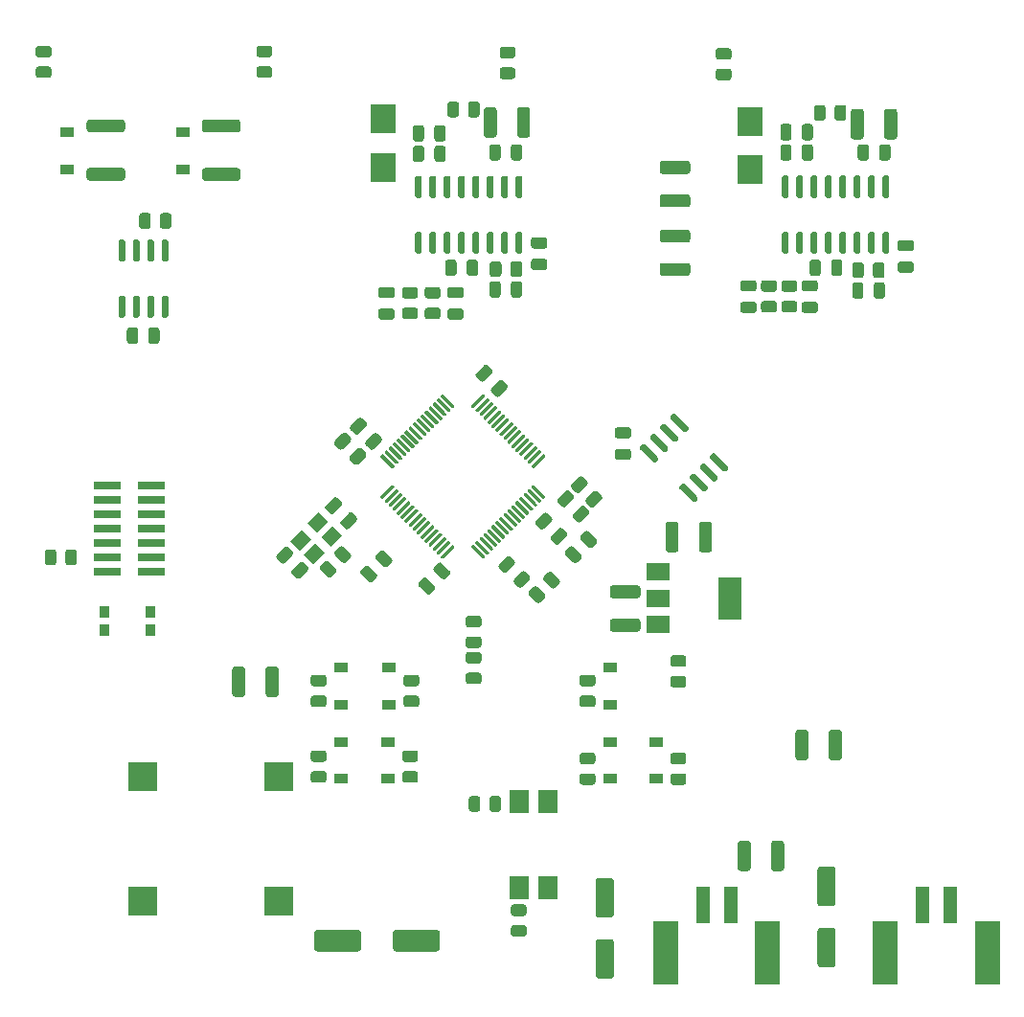
<source format=gtp>
%TF.GenerationSoftware,KiCad,Pcbnew,5.1.7-a382d34a8~88~ubuntu20.04.1*%
%TF.CreationDate,2021-05-21T21:27:29+02:00*%
%TF.ProjectId,Shield_Nucleo,53686965-6c64-45f4-9e75-636c656f2e6b,rev?*%
%TF.SameCoordinates,Original*%
%TF.FileFunction,Paste,Top*%
%TF.FilePolarity,Positive*%
%FSLAX46Y46*%
G04 Gerber Fmt 4.6, Leading zero omitted, Abs format (unit mm)*
G04 Created by KiCad (PCBNEW 5.1.7-a382d34a8~88~ubuntu20.04.1) date 2021-05-21 21:27:29*
%MOMM*%
%LPD*%
G01*
G04 APERTURE LIST*
%ADD10R,2.200000X5.600000*%
%ADD11R,1.200000X3.200000*%
%ADD12R,0.900000X1.000000*%
%ADD13R,2.500000X2.500000*%
%ADD14R,2.400000X0.740000*%
%ADD15C,0.150000*%
%ADD16R,1.780000X2.000000*%
%ADD17R,2.300000X2.500000*%
%ADD18R,1.200000X0.900000*%
%ADD19R,2.000000X1.500000*%
%ADD20R,2.000000X3.800000*%
G04 APERTURE END LIST*
%TO.C,U1*%
G36*
G01*
X80584428Y-79499860D02*
X79594478Y-78509910D01*
G75*
G02*
X79594478Y-78403844I53033J53033D01*
G01*
X79700544Y-78297778D01*
G75*
G02*
X79806610Y-78297778I53033J-53033D01*
G01*
X80796560Y-79287728D01*
G75*
G02*
X80796560Y-79393794I-53033J-53033D01*
G01*
X80690494Y-79499860D01*
G75*
G02*
X80584428Y-79499860I-53033J53033D01*
G01*
G37*
G36*
G01*
X80937981Y-79146307D02*
X79948031Y-78156357D01*
G75*
G02*
X79948031Y-78050291I53033J53033D01*
G01*
X80054097Y-77944225D01*
G75*
G02*
X80160163Y-77944225I53033J-53033D01*
G01*
X81150113Y-78934175D01*
G75*
G02*
X81150113Y-79040241I-53033J-53033D01*
G01*
X81044047Y-79146307D01*
G75*
G02*
X80937981Y-79146307I-53033J53033D01*
G01*
G37*
G36*
G01*
X81291534Y-78792754D02*
X80301584Y-77802804D01*
G75*
G02*
X80301584Y-77696738I53033J53033D01*
G01*
X80407650Y-77590672D01*
G75*
G02*
X80513716Y-77590672I53033J-53033D01*
G01*
X81503666Y-78580622D01*
G75*
G02*
X81503666Y-78686688I-53033J-53033D01*
G01*
X81397600Y-78792754D01*
G75*
G02*
X81291534Y-78792754I-53033J53033D01*
G01*
G37*
G36*
G01*
X81645088Y-78439200D02*
X80655138Y-77449250D01*
G75*
G02*
X80655138Y-77343184I53033J53033D01*
G01*
X80761204Y-77237118D01*
G75*
G02*
X80867270Y-77237118I53033J-53033D01*
G01*
X81857220Y-78227068D01*
G75*
G02*
X81857220Y-78333134I-53033J-53033D01*
G01*
X81751154Y-78439200D01*
G75*
G02*
X81645088Y-78439200I-53033J53033D01*
G01*
G37*
G36*
G01*
X81998641Y-78085647D02*
X81008691Y-77095697D01*
G75*
G02*
X81008691Y-76989631I53033J53033D01*
G01*
X81114757Y-76883565D01*
G75*
G02*
X81220823Y-76883565I53033J-53033D01*
G01*
X82210773Y-77873515D01*
G75*
G02*
X82210773Y-77979581I-53033J-53033D01*
G01*
X82104707Y-78085647D01*
G75*
G02*
X81998641Y-78085647I-53033J53033D01*
G01*
G37*
G36*
G01*
X82352195Y-77732093D02*
X81362245Y-76742143D01*
G75*
G02*
X81362245Y-76636077I53033J53033D01*
G01*
X81468311Y-76530011D01*
G75*
G02*
X81574377Y-76530011I53033J-53033D01*
G01*
X82564327Y-77519961D01*
G75*
G02*
X82564327Y-77626027I-53033J-53033D01*
G01*
X82458261Y-77732093D01*
G75*
G02*
X82352195Y-77732093I-53033J53033D01*
G01*
G37*
G36*
G01*
X82705748Y-77378540D02*
X81715798Y-76388590D01*
G75*
G02*
X81715798Y-76282524I53033J53033D01*
G01*
X81821864Y-76176458D01*
G75*
G02*
X81927930Y-76176458I53033J-53033D01*
G01*
X82917880Y-77166408D01*
G75*
G02*
X82917880Y-77272474I-53033J-53033D01*
G01*
X82811814Y-77378540D01*
G75*
G02*
X82705748Y-77378540I-53033J53033D01*
G01*
G37*
G36*
G01*
X83059301Y-77024987D02*
X82069351Y-76035037D01*
G75*
G02*
X82069351Y-75928971I53033J53033D01*
G01*
X82175417Y-75822905D01*
G75*
G02*
X82281483Y-75822905I53033J-53033D01*
G01*
X83271433Y-76812855D01*
G75*
G02*
X83271433Y-76918921I-53033J-53033D01*
G01*
X83165367Y-77024987D01*
G75*
G02*
X83059301Y-77024987I-53033J53033D01*
G01*
G37*
G36*
G01*
X83412855Y-76671433D02*
X82422905Y-75681483D01*
G75*
G02*
X82422905Y-75575417I53033J53033D01*
G01*
X82528971Y-75469351D01*
G75*
G02*
X82635037Y-75469351I53033J-53033D01*
G01*
X83624987Y-76459301D01*
G75*
G02*
X83624987Y-76565367I-53033J-53033D01*
G01*
X83518921Y-76671433D01*
G75*
G02*
X83412855Y-76671433I-53033J53033D01*
G01*
G37*
G36*
G01*
X83766408Y-76317880D02*
X82776458Y-75327930D01*
G75*
G02*
X82776458Y-75221864I53033J53033D01*
G01*
X82882524Y-75115798D01*
G75*
G02*
X82988590Y-75115798I53033J-53033D01*
G01*
X83978540Y-76105748D01*
G75*
G02*
X83978540Y-76211814I-53033J-53033D01*
G01*
X83872474Y-76317880D01*
G75*
G02*
X83766408Y-76317880I-53033J53033D01*
G01*
G37*
G36*
G01*
X84119961Y-75964327D02*
X83130011Y-74974377D01*
G75*
G02*
X83130011Y-74868311I53033J53033D01*
G01*
X83236077Y-74762245D01*
G75*
G02*
X83342143Y-74762245I53033J-53033D01*
G01*
X84332093Y-75752195D01*
G75*
G02*
X84332093Y-75858261I-53033J-53033D01*
G01*
X84226027Y-75964327D01*
G75*
G02*
X84119961Y-75964327I-53033J53033D01*
G01*
G37*
G36*
G01*
X84473515Y-75610773D02*
X83483565Y-74620823D01*
G75*
G02*
X83483565Y-74514757I53033J53033D01*
G01*
X83589631Y-74408691D01*
G75*
G02*
X83695697Y-74408691I53033J-53033D01*
G01*
X84685647Y-75398641D01*
G75*
G02*
X84685647Y-75504707I-53033J-53033D01*
G01*
X84579581Y-75610773D01*
G75*
G02*
X84473515Y-75610773I-53033J53033D01*
G01*
G37*
G36*
G01*
X84827068Y-75257220D02*
X83837118Y-74267270D01*
G75*
G02*
X83837118Y-74161204I53033J53033D01*
G01*
X83943184Y-74055138D01*
G75*
G02*
X84049250Y-74055138I53033J-53033D01*
G01*
X85039200Y-75045088D01*
G75*
G02*
X85039200Y-75151154I-53033J-53033D01*
G01*
X84933134Y-75257220D01*
G75*
G02*
X84827068Y-75257220I-53033J53033D01*
G01*
G37*
G36*
G01*
X85180622Y-74903666D02*
X84190672Y-73913716D01*
G75*
G02*
X84190672Y-73807650I53033J53033D01*
G01*
X84296738Y-73701584D01*
G75*
G02*
X84402804Y-73701584I53033J-53033D01*
G01*
X85392754Y-74691534D01*
G75*
G02*
X85392754Y-74797600I-53033J-53033D01*
G01*
X85286688Y-74903666D01*
G75*
G02*
X85180622Y-74903666I-53033J53033D01*
G01*
G37*
G36*
G01*
X85534175Y-74550113D02*
X84544225Y-73560163D01*
G75*
G02*
X84544225Y-73454097I53033J53033D01*
G01*
X84650291Y-73348031D01*
G75*
G02*
X84756357Y-73348031I53033J-53033D01*
G01*
X85746307Y-74337981D01*
G75*
G02*
X85746307Y-74444047I-53033J-53033D01*
G01*
X85640241Y-74550113D01*
G75*
G02*
X85534175Y-74550113I-53033J53033D01*
G01*
G37*
G36*
G01*
X85887728Y-74196560D02*
X84897778Y-73206610D01*
G75*
G02*
X84897778Y-73100544I53033J53033D01*
G01*
X85003844Y-72994478D01*
G75*
G02*
X85109910Y-72994478I53033J-53033D01*
G01*
X86099860Y-73984428D01*
G75*
G02*
X86099860Y-74090494I-53033J-53033D01*
G01*
X85993794Y-74196560D01*
G75*
G02*
X85887728Y-74196560I-53033J53033D01*
G01*
G37*
G36*
G01*
X87726206Y-74196560D02*
X87620140Y-74090494D01*
G75*
G02*
X87620140Y-73984428I53033J53033D01*
G01*
X88610090Y-72994478D01*
G75*
G02*
X88716156Y-72994478I53033J-53033D01*
G01*
X88822222Y-73100544D01*
G75*
G02*
X88822222Y-73206610I-53033J-53033D01*
G01*
X87832272Y-74196560D01*
G75*
G02*
X87726206Y-74196560I-53033J53033D01*
G01*
G37*
G36*
G01*
X88079759Y-74550113D02*
X87973693Y-74444047D01*
G75*
G02*
X87973693Y-74337981I53033J53033D01*
G01*
X88963643Y-73348031D01*
G75*
G02*
X89069709Y-73348031I53033J-53033D01*
G01*
X89175775Y-73454097D01*
G75*
G02*
X89175775Y-73560163I-53033J-53033D01*
G01*
X88185825Y-74550113D01*
G75*
G02*
X88079759Y-74550113I-53033J53033D01*
G01*
G37*
G36*
G01*
X88433312Y-74903666D02*
X88327246Y-74797600D01*
G75*
G02*
X88327246Y-74691534I53033J53033D01*
G01*
X89317196Y-73701584D01*
G75*
G02*
X89423262Y-73701584I53033J-53033D01*
G01*
X89529328Y-73807650D01*
G75*
G02*
X89529328Y-73913716I-53033J-53033D01*
G01*
X88539378Y-74903666D01*
G75*
G02*
X88433312Y-74903666I-53033J53033D01*
G01*
G37*
G36*
G01*
X88786866Y-75257220D02*
X88680800Y-75151154D01*
G75*
G02*
X88680800Y-75045088I53033J53033D01*
G01*
X89670750Y-74055138D01*
G75*
G02*
X89776816Y-74055138I53033J-53033D01*
G01*
X89882882Y-74161204D01*
G75*
G02*
X89882882Y-74267270I-53033J-53033D01*
G01*
X88892932Y-75257220D01*
G75*
G02*
X88786866Y-75257220I-53033J53033D01*
G01*
G37*
G36*
G01*
X89140419Y-75610773D02*
X89034353Y-75504707D01*
G75*
G02*
X89034353Y-75398641I53033J53033D01*
G01*
X90024303Y-74408691D01*
G75*
G02*
X90130369Y-74408691I53033J-53033D01*
G01*
X90236435Y-74514757D01*
G75*
G02*
X90236435Y-74620823I-53033J-53033D01*
G01*
X89246485Y-75610773D01*
G75*
G02*
X89140419Y-75610773I-53033J53033D01*
G01*
G37*
G36*
G01*
X89493973Y-75964327D02*
X89387907Y-75858261D01*
G75*
G02*
X89387907Y-75752195I53033J53033D01*
G01*
X90377857Y-74762245D01*
G75*
G02*
X90483923Y-74762245I53033J-53033D01*
G01*
X90589989Y-74868311D01*
G75*
G02*
X90589989Y-74974377I-53033J-53033D01*
G01*
X89600039Y-75964327D01*
G75*
G02*
X89493973Y-75964327I-53033J53033D01*
G01*
G37*
G36*
G01*
X89847526Y-76317880D02*
X89741460Y-76211814D01*
G75*
G02*
X89741460Y-76105748I53033J53033D01*
G01*
X90731410Y-75115798D01*
G75*
G02*
X90837476Y-75115798I53033J-53033D01*
G01*
X90943542Y-75221864D01*
G75*
G02*
X90943542Y-75327930I-53033J-53033D01*
G01*
X89953592Y-76317880D01*
G75*
G02*
X89847526Y-76317880I-53033J53033D01*
G01*
G37*
G36*
G01*
X90201079Y-76671433D02*
X90095013Y-76565367D01*
G75*
G02*
X90095013Y-76459301I53033J53033D01*
G01*
X91084963Y-75469351D01*
G75*
G02*
X91191029Y-75469351I53033J-53033D01*
G01*
X91297095Y-75575417D01*
G75*
G02*
X91297095Y-75681483I-53033J-53033D01*
G01*
X90307145Y-76671433D01*
G75*
G02*
X90201079Y-76671433I-53033J53033D01*
G01*
G37*
G36*
G01*
X90554633Y-77024987D02*
X90448567Y-76918921D01*
G75*
G02*
X90448567Y-76812855I53033J53033D01*
G01*
X91438517Y-75822905D01*
G75*
G02*
X91544583Y-75822905I53033J-53033D01*
G01*
X91650649Y-75928971D01*
G75*
G02*
X91650649Y-76035037I-53033J-53033D01*
G01*
X90660699Y-77024987D01*
G75*
G02*
X90554633Y-77024987I-53033J53033D01*
G01*
G37*
G36*
G01*
X90908186Y-77378540D02*
X90802120Y-77272474D01*
G75*
G02*
X90802120Y-77166408I53033J53033D01*
G01*
X91792070Y-76176458D01*
G75*
G02*
X91898136Y-76176458I53033J-53033D01*
G01*
X92004202Y-76282524D01*
G75*
G02*
X92004202Y-76388590I-53033J-53033D01*
G01*
X91014252Y-77378540D01*
G75*
G02*
X90908186Y-77378540I-53033J53033D01*
G01*
G37*
G36*
G01*
X91261739Y-77732093D02*
X91155673Y-77626027D01*
G75*
G02*
X91155673Y-77519961I53033J53033D01*
G01*
X92145623Y-76530011D01*
G75*
G02*
X92251689Y-76530011I53033J-53033D01*
G01*
X92357755Y-76636077D01*
G75*
G02*
X92357755Y-76742143I-53033J-53033D01*
G01*
X91367805Y-77732093D01*
G75*
G02*
X91261739Y-77732093I-53033J53033D01*
G01*
G37*
G36*
G01*
X91615293Y-78085647D02*
X91509227Y-77979581D01*
G75*
G02*
X91509227Y-77873515I53033J53033D01*
G01*
X92499177Y-76883565D01*
G75*
G02*
X92605243Y-76883565I53033J-53033D01*
G01*
X92711309Y-76989631D01*
G75*
G02*
X92711309Y-77095697I-53033J-53033D01*
G01*
X91721359Y-78085647D01*
G75*
G02*
X91615293Y-78085647I-53033J53033D01*
G01*
G37*
G36*
G01*
X91968846Y-78439200D02*
X91862780Y-78333134D01*
G75*
G02*
X91862780Y-78227068I53033J53033D01*
G01*
X92852730Y-77237118D01*
G75*
G02*
X92958796Y-77237118I53033J-53033D01*
G01*
X93064862Y-77343184D01*
G75*
G02*
X93064862Y-77449250I-53033J-53033D01*
G01*
X92074912Y-78439200D01*
G75*
G02*
X91968846Y-78439200I-53033J53033D01*
G01*
G37*
G36*
G01*
X92322400Y-78792754D02*
X92216334Y-78686688D01*
G75*
G02*
X92216334Y-78580622I53033J53033D01*
G01*
X93206284Y-77590672D01*
G75*
G02*
X93312350Y-77590672I53033J-53033D01*
G01*
X93418416Y-77696738D01*
G75*
G02*
X93418416Y-77802804I-53033J-53033D01*
G01*
X92428466Y-78792754D01*
G75*
G02*
X92322400Y-78792754I-53033J53033D01*
G01*
G37*
G36*
G01*
X92675953Y-79146307D02*
X92569887Y-79040241D01*
G75*
G02*
X92569887Y-78934175I53033J53033D01*
G01*
X93559837Y-77944225D01*
G75*
G02*
X93665903Y-77944225I53033J-53033D01*
G01*
X93771969Y-78050291D01*
G75*
G02*
X93771969Y-78156357I-53033J-53033D01*
G01*
X92782019Y-79146307D01*
G75*
G02*
X92675953Y-79146307I-53033J53033D01*
G01*
G37*
G36*
G01*
X93029506Y-79499860D02*
X92923440Y-79393794D01*
G75*
G02*
X92923440Y-79287728I53033J53033D01*
G01*
X93913390Y-78297778D01*
G75*
G02*
X94019456Y-78297778I53033J-53033D01*
G01*
X94125522Y-78403844D01*
G75*
G02*
X94125522Y-78509910I-53033J-53033D01*
G01*
X93135572Y-79499860D01*
G75*
G02*
X93029506Y-79499860I-53033J53033D01*
G01*
G37*
G36*
G01*
X93913390Y-82222222D02*
X92923440Y-81232272D01*
G75*
G02*
X92923440Y-81126206I53033J53033D01*
G01*
X93029506Y-81020140D01*
G75*
G02*
X93135572Y-81020140I53033J-53033D01*
G01*
X94125522Y-82010090D01*
G75*
G02*
X94125522Y-82116156I-53033J-53033D01*
G01*
X94019456Y-82222222D01*
G75*
G02*
X93913390Y-82222222I-53033J53033D01*
G01*
G37*
G36*
G01*
X93559837Y-82575775D02*
X92569887Y-81585825D01*
G75*
G02*
X92569887Y-81479759I53033J53033D01*
G01*
X92675953Y-81373693D01*
G75*
G02*
X92782019Y-81373693I53033J-53033D01*
G01*
X93771969Y-82363643D01*
G75*
G02*
X93771969Y-82469709I-53033J-53033D01*
G01*
X93665903Y-82575775D01*
G75*
G02*
X93559837Y-82575775I-53033J53033D01*
G01*
G37*
G36*
G01*
X93206284Y-82929328D02*
X92216334Y-81939378D01*
G75*
G02*
X92216334Y-81833312I53033J53033D01*
G01*
X92322400Y-81727246D01*
G75*
G02*
X92428466Y-81727246I53033J-53033D01*
G01*
X93418416Y-82717196D01*
G75*
G02*
X93418416Y-82823262I-53033J-53033D01*
G01*
X93312350Y-82929328D01*
G75*
G02*
X93206284Y-82929328I-53033J53033D01*
G01*
G37*
G36*
G01*
X92852730Y-83282882D02*
X91862780Y-82292932D01*
G75*
G02*
X91862780Y-82186866I53033J53033D01*
G01*
X91968846Y-82080800D01*
G75*
G02*
X92074912Y-82080800I53033J-53033D01*
G01*
X93064862Y-83070750D01*
G75*
G02*
X93064862Y-83176816I-53033J-53033D01*
G01*
X92958796Y-83282882D01*
G75*
G02*
X92852730Y-83282882I-53033J53033D01*
G01*
G37*
G36*
G01*
X92499177Y-83636435D02*
X91509227Y-82646485D01*
G75*
G02*
X91509227Y-82540419I53033J53033D01*
G01*
X91615293Y-82434353D01*
G75*
G02*
X91721359Y-82434353I53033J-53033D01*
G01*
X92711309Y-83424303D01*
G75*
G02*
X92711309Y-83530369I-53033J-53033D01*
G01*
X92605243Y-83636435D01*
G75*
G02*
X92499177Y-83636435I-53033J53033D01*
G01*
G37*
G36*
G01*
X92145623Y-83989989D02*
X91155673Y-83000039D01*
G75*
G02*
X91155673Y-82893973I53033J53033D01*
G01*
X91261739Y-82787907D01*
G75*
G02*
X91367805Y-82787907I53033J-53033D01*
G01*
X92357755Y-83777857D01*
G75*
G02*
X92357755Y-83883923I-53033J-53033D01*
G01*
X92251689Y-83989989D01*
G75*
G02*
X92145623Y-83989989I-53033J53033D01*
G01*
G37*
G36*
G01*
X91792070Y-84343542D02*
X90802120Y-83353592D01*
G75*
G02*
X90802120Y-83247526I53033J53033D01*
G01*
X90908186Y-83141460D01*
G75*
G02*
X91014252Y-83141460I53033J-53033D01*
G01*
X92004202Y-84131410D01*
G75*
G02*
X92004202Y-84237476I-53033J-53033D01*
G01*
X91898136Y-84343542D01*
G75*
G02*
X91792070Y-84343542I-53033J53033D01*
G01*
G37*
G36*
G01*
X91438517Y-84697095D02*
X90448567Y-83707145D01*
G75*
G02*
X90448567Y-83601079I53033J53033D01*
G01*
X90554633Y-83495013D01*
G75*
G02*
X90660699Y-83495013I53033J-53033D01*
G01*
X91650649Y-84484963D01*
G75*
G02*
X91650649Y-84591029I-53033J-53033D01*
G01*
X91544583Y-84697095D01*
G75*
G02*
X91438517Y-84697095I-53033J53033D01*
G01*
G37*
G36*
G01*
X91084963Y-85050649D02*
X90095013Y-84060699D01*
G75*
G02*
X90095013Y-83954633I53033J53033D01*
G01*
X90201079Y-83848567D01*
G75*
G02*
X90307145Y-83848567I53033J-53033D01*
G01*
X91297095Y-84838517D01*
G75*
G02*
X91297095Y-84944583I-53033J-53033D01*
G01*
X91191029Y-85050649D01*
G75*
G02*
X91084963Y-85050649I-53033J53033D01*
G01*
G37*
G36*
G01*
X90731410Y-85404202D02*
X89741460Y-84414252D01*
G75*
G02*
X89741460Y-84308186I53033J53033D01*
G01*
X89847526Y-84202120D01*
G75*
G02*
X89953592Y-84202120I53033J-53033D01*
G01*
X90943542Y-85192070D01*
G75*
G02*
X90943542Y-85298136I-53033J-53033D01*
G01*
X90837476Y-85404202D01*
G75*
G02*
X90731410Y-85404202I-53033J53033D01*
G01*
G37*
G36*
G01*
X90377857Y-85757755D02*
X89387907Y-84767805D01*
G75*
G02*
X89387907Y-84661739I53033J53033D01*
G01*
X89493973Y-84555673D01*
G75*
G02*
X89600039Y-84555673I53033J-53033D01*
G01*
X90589989Y-85545623D01*
G75*
G02*
X90589989Y-85651689I-53033J-53033D01*
G01*
X90483923Y-85757755D01*
G75*
G02*
X90377857Y-85757755I-53033J53033D01*
G01*
G37*
G36*
G01*
X90024303Y-86111309D02*
X89034353Y-85121359D01*
G75*
G02*
X89034353Y-85015293I53033J53033D01*
G01*
X89140419Y-84909227D01*
G75*
G02*
X89246485Y-84909227I53033J-53033D01*
G01*
X90236435Y-85899177D01*
G75*
G02*
X90236435Y-86005243I-53033J-53033D01*
G01*
X90130369Y-86111309D01*
G75*
G02*
X90024303Y-86111309I-53033J53033D01*
G01*
G37*
G36*
G01*
X89670750Y-86464862D02*
X88680800Y-85474912D01*
G75*
G02*
X88680800Y-85368846I53033J53033D01*
G01*
X88786866Y-85262780D01*
G75*
G02*
X88892932Y-85262780I53033J-53033D01*
G01*
X89882882Y-86252730D01*
G75*
G02*
X89882882Y-86358796I-53033J-53033D01*
G01*
X89776816Y-86464862D01*
G75*
G02*
X89670750Y-86464862I-53033J53033D01*
G01*
G37*
G36*
G01*
X89317196Y-86818416D02*
X88327246Y-85828466D01*
G75*
G02*
X88327246Y-85722400I53033J53033D01*
G01*
X88433312Y-85616334D01*
G75*
G02*
X88539378Y-85616334I53033J-53033D01*
G01*
X89529328Y-86606284D01*
G75*
G02*
X89529328Y-86712350I-53033J-53033D01*
G01*
X89423262Y-86818416D01*
G75*
G02*
X89317196Y-86818416I-53033J53033D01*
G01*
G37*
G36*
G01*
X88963643Y-87171969D02*
X87973693Y-86182019D01*
G75*
G02*
X87973693Y-86075953I53033J53033D01*
G01*
X88079759Y-85969887D01*
G75*
G02*
X88185825Y-85969887I53033J-53033D01*
G01*
X89175775Y-86959837D01*
G75*
G02*
X89175775Y-87065903I-53033J-53033D01*
G01*
X89069709Y-87171969D01*
G75*
G02*
X88963643Y-87171969I-53033J53033D01*
G01*
G37*
G36*
G01*
X88610090Y-87525522D02*
X87620140Y-86535572D01*
G75*
G02*
X87620140Y-86429506I53033J53033D01*
G01*
X87726206Y-86323440D01*
G75*
G02*
X87832272Y-86323440I53033J-53033D01*
G01*
X88822222Y-87313390D01*
G75*
G02*
X88822222Y-87419456I-53033J-53033D01*
G01*
X88716156Y-87525522D01*
G75*
G02*
X88610090Y-87525522I-53033J53033D01*
G01*
G37*
G36*
G01*
X85003844Y-87525522D02*
X84897778Y-87419456D01*
G75*
G02*
X84897778Y-87313390I53033J53033D01*
G01*
X85887728Y-86323440D01*
G75*
G02*
X85993794Y-86323440I53033J-53033D01*
G01*
X86099860Y-86429506D01*
G75*
G02*
X86099860Y-86535572I-53033J-53033D01*
G01*
X85109910Y-87525522D01*
G75*
G02*
X85003844Y-87525522I-53033J53033D01*
G01*
G37*
G36*
G01*
X84650291Y-87171969D02*
X84544225Y-87065903D01*
G75*
G02*
X84544225Y-86959837I53033J53033D01*
G01*
X85534175Y-85969887D01*
G75*
G02*
X85640241Y-85969887I53033J-53033D01*
G01*
X85746307Y-86075953D01*
G75*
G02*
X85746307Y-86182019I-53033J-53033D01*
G01*
X84756357Y-87171969D01*
G75*
G02*
X84650291Y-87171969I-53033J53033D01*
G01*
G37*
G36*
G01*
X84296738Y-86818416D02*
X84190672Y-86712350D01*
G75*
G02*
X84190672Y-86606284I53033J53033D01*
G01*
X85180622Y-85616334D01*
G75*
G02*
X85286688Y-85616334I53033J-53033D01*
G01*
X85392754Y-85722400D01*
G75*
G02*
X85392754Y-85828466I-53033J-53033D01*
G01*
X84402804Y-86818416D01*
G75*
G02*
X84296738Y-86818416I-53033J53033D01*
G01*
G37*
G36*
G01*
X83943184Y-86464862D02*
X83837118Y-86358796D01*
G75*
G02*
X83837118Y-86252730I53033J53033D01*
G01*
X84827068Y-85262780D01*
G75*
G02*
X84933134Y-85262780I53033J-53033D01*
G01*
X85039200Y-85368846D01*
G75*
G02*
X85039200Y-85474912I-53033J-53033D01*
G01*
X84049250Y-86464862D01*
G75*
G02*
X83943184Y-86464862I-53033J53033D01*
G01*
G37*
G36*
G01*
X83589631Y-86111309D02*
X83483565Y-86005243D01*
G75*
G02*
X83483565Y-85899177I53033J53033D01*
G01*
X84473515Y-84909227D01*
G75*
G02*
X84579581Y-84909227I53033J-53033D01*
G01*
X84685647Y-85015293D01*
G75*
G02*
X84685647Y-85121359I-53033J-53033D01*
G01*
X83695697Y-86111309D01*
G75*
G02*
X83589631Y-86111309I-53033J53033D01*
G01*
G37*
G36*
G01*
X83236077Y-85757755D02*
X83130011Y-85651689D01*
G75*
G02*
X83130011Y-85545623I53033J53033D01*
G01*
X84119961Y-84555673D01*
G75*
G02*
X84226027Y-84555673I53033J-53033D01*
G01*
X84332093Y-84661739D01*
G75*
G02*
X84332093Y-84767805I-53033J-53033D01*
G01*
X83342143Y-85757755D01*
G75*
G02*
X83236077Y-85757755I-53033J53033D01*
G01*
G37*
G36*
G01*
X82882524Y-85404202D02*
X82776458Y-85298136D01*
G75*
G02*
X82776458Y-85192070I53033J53033D01*
G01*
X83766408Y-84202120D01*
G75*
G02*
X83872474Y-84202120I53033J-53033D01*
G01*
X83978540Y-84308186D01*
G75*
G02*
X83978540Y-84414252I-53033J-53033D01*
G01*
X82988590Y-85404202D01*
G75*
G02*
X82882524Y-85404202I-53033J53033D01*
G01*
G37*
G36*
G01*
X82528971Y-85050649D02*
X82422905Y-84944583D01*
G75*
G02*
X82422905Y-84838517I53033J53033D01*
G01*
X83412855Y-83848567D01*
G75*
G02*
X83518921Y-83848567I53033J-53033D01*
G01*
X83624987Y-83954633D01*
G75*
G02*
X83624987Y-84060699I-53033J-53033D01*
G01*
X82635037Y-85050649D01*
G75*
G02*
X82528971Y-85050649I-53033J53033D01*
G01*
G37*
G36*
G01*
X82175417Y-84697095D02*
X82069351Y-84591029D01*
G75*
G02*
X82069351Y-84484963I53033J53033D01*
G01*
X83059301Y-83495013D01*
G75*
G02*
X83165367Y-83495013I53033J-53033D01*
G01*
X83271433Y-83601079D01*
G75*
G02*
X83271433Y-83707145I-53033J-53033D01*
G01*
X82281483Y-84697095D01*
G75*
G02*
X82175417Y-84697095I-53033J53033D01*
G01*
G37*
G36*
G01*
X81821864Y-84343542D02*
X81715798Y-84237476D01*
G75*
G02*
X81715798Y-84131410I53033J53033D01*
G01*
X82705748Y-83141460D01*
G75*
G02*
X82811814Y-83141460I53033J-53033D01*
G01*
X82917880Y-83247526D01*
G75*
G02*
X82917880Y-83353592I-53033J-53033D01*
G01*
X81927930Y-84343542D01*
G75*
G02*
X81821864Y-84343542I-53033J53033D01*
G01*
G37*
G36*
G01*
X81468311Y-83989989D02*
X81362245Y-83883923D01*
G75*
G02*
X81362245Y-83777857I53033J53033D01*
G01*
X82352195Y-82787907D01*
G75*
G02*
X82458261Y-82787907I53033J-53033D01*
G01*
X82564327Y-82893973D01*
G75*
G02*
X82564327Y-83000039I-53033J-53033D01*
G01*
X81574377Y-83989989D01*
G75*
G02*
X81468311Y-83989989I-53033J53033D01*
G01*
G37*
G36*
G01*
X81114757Y-83636435D02*
X81008691Y-83530369D01*
G75*
G02*
X81008691Y-83424303I53033J53033D01*
G01*
X81998641Y-82434353D01*
G75*
G02*
X82104707Y-82434353I53033J-53033D01*
G01*
X82210773Y-82540419D01*
G75*
G02*
X82210773Y-82646485I-53033J-53033D01*
G01*
X81220823Y-83636435D01*
G75*
G02*
X81114757Y-83636435I-53033J53033D01*
G01*
G37*
G36*
G01*
X80761204Y-83282882D02*
X80655138Y-83176816D01*
G75*
G02*
X80655138Y-83070750I53033J53033D01*
G01*
X81645088Y-82080800D01*
G75*
G02*
X81751154Y-82080800I53033J-53033D01*
G01*
X81857220Y-82186866D01*
G75*
G02*
X81857220Y-82292932I-53033J-53033D01*
G01*
X80867270Y-83282882D01*
G75*
G02*
X80761204Y-83282882I-53033J53033D01*
G01*
G37*
G36*
G01*
X80407650Y-82929328D02*
X80301584Y-82823262D01*
G75*
G02*
X80301584Y-82717196I53033J53033D01*
G01*
X81291534Y-81727246D01*
G75*
G02*
X81397600Y-81727246I53033J-53033D01*
G01*
X81503666Y-81833312D01*
G75*
G02*
X81503666Y-81939378I-53033J-53033D01*
G01*
X80513716Y-82929328D01*
G75*
G02*
X80407650Y-82929328I-53033J53033D01*
G01*
G37*
G36*
G01*
X80054097Y-82575775D02*
X79948031Y-82469709D01*
G75*
G02*
X79948031Y-82363643I53033J53033D01*
G01*
X80937981Y-81373693D01*
G75*
G02*
X81044047Y-81373693I53033J-53033D01*
G01*
X81150113Y-81479759D01*
G75*
G02*
X81150113Y-81585825I-53033J-53033D01*
G01*
X80160163Y-82575775D01*
G75*
G02*
X80054097Y-82575775I-53033J53033D01*
G01*
G37*
G36*
G01*
X79700544Y-82222222D02*
X79594478Y-82116156D01*
G75*
G02*
X79594478Y-82010090I53033J53033D01*
G01*
X80584428Y-81020140D01*
G75*
G02*
X80690494Y-81020140I53033J-53033D01*
G01*
X80796560Y-81126206D01*
G75*
G02*
X80796560Y-81232272I-53033J-53033D01*
G01*
X79806610Y-82222222D01*
G75*
G02*
X79700544Y-82222222I-53033J53033D01*
G01*
G37*
%TD*%
%TO.C,R23*%
G36*
G01*
X76201042Y-87835356D02*
X75564644Y-87198958D01*
G75*
G02*
X75564644Y-86845406I176776J176776D01*
G01*
X75935876Y-86474174D01*
G75*
G02*
X76289428Y-86474174I176776J-176776D01*
G01*
X76925826Y-87110572D01*
G75*
G02*
X76925826Y-87464124I-176776J-176776D01*
G01*
X76554594Y-87835356D01*
G75*
G02*
X76201042Y-87835356I-176776J176776D01*
G01*
G37*
G36*
G01*
X74910572Y-89125826D02*
X74274174Y-88489428D01*
G75*
G02*
X74274174Y-88135876I176776J176776D01*
G01*
X74645406Y-87764644D01*
G75*
G02*
X74998958Y-87764644I176776J-176776D01*
G01*
X75635356Y-88401042D01*
G75*
G02*
X75635356Y-88754594I-176776J-176776D01*
G01*
X75264124Y-89125826D01*
G75*
G02*
X74910572Y-89125826I-176776J176776D01*
G01*
G37*
%TD*%
%TO.C,R28*%
G36*
G01*
X94646277Y-90090121D02*
X94009879Y-89453723D01*
G75*
G02*
X94009879Y-89100171I176776J176776D01*
G01*
X94381111Y-88728939D01*
G75*
G02*
X94734663Y-88728939I176776J-176776D01*
G01*
X95371061Y-89365337D01*
G75*
G02*
X95371061Y-89718889I-176776J-176776D01*
G01*
X94999829Y-90090121D01*
G75*
G02*
X94646277Y-90090121I-176776J176776D01*
G01*
G37*
G36*
G01*
X93355807Y-91380591D02*
X92719409Y-90744193D01*
G75*
G02*
X92719409Y-90390641I176776J176776D01*
G01*
X93090641Y-90019409D01*
G75*
G02*
X93444193Y-90019409I176776J-176776D01*
G01*
X94080591Y-90655807D01*
G75*
G02*
X94080591Y-91009359I-176776J-176776D01*
G01*
X93709359Y-91380591D01*
G75*
G02*
X93355807Y-91380591I-176776J176776D01*
G01*
G37*
%TD*%
%TO.C,LED1*%
G36*
G01*
X91404419Y-88059184D02*
X90759184Y-88704419D01*
G75*
G02*
X90414470Y-88704419I-172357J172357D01*
G01*
X90069755Y-88359704D01*
G75*
G02*
X90069755Y-88014990I172357J172357D01*
G01*
X90714990Y-87369755D01*
G75*
G02*
X91059704Y-87369755I172357J-172357D01*
G01*
X91404419Y-87714470D01*
G75*
G02*
X91404419Y-88059184I-172357J-172357D01*
G01*
G37*
G36*
G01*
X92730245Y-89385010D02*
X92085010Y-90030245D01*
G75*
G02*
X91740296Y-90030245I-172357J172357D01*
G01*
X91395581Y-89685530D01*
G75*
G02*
X91395581Y-89340816I172357J172357D01*
G01*
X92040816Y-88695581D01*
G75*
G02*
X92385530Y-88695581I172357J-172357D01*
G01*
X92730245Y-89040296D01*
G75*
G02*
X92730245Y-89385010I-172357J-172357D01*
G01*
G37*
%TD*%
%TO.C,R27*%
G36*
G01*
X88250001Y-93600000D02*
X87349999Y-93600000D01*
G75*
G02*
X87100000Y-93350001I0J249999D01*
G01*
X87100000Y-92824999D01*
G75*
G02*
X87349999Y-92575000I249999J0D01*
G01*
X88250001Y-92575000D01*
G75*
G02*
X88500000Y-92824999I0J-249999D01*
G01*
X88500000Y-93350001D01*
G75*
G02*
X88250001Y-93600000I-249999J0D01*
G01*
G37*
G36*
G01*
X88250001Y-95425000D02*
X87349999Y-95425000D01*
G75*
G02*
X87100000Y-95175001I0J249999D01*
G01*
X87100000Y-94649999D01*
G75*
G02*
X87349999Y-94400000I249999J0D01*
G01*
X88250001Y-94400000D01*
G75*
G02*
X88500000Y-94649999I0J-249999D01*
G01*
X88500000Y-95175001D01*
G75*
G02*
X88250001Y-95425000I-249999J0D01*
G01*
G37*
%TD*%
%TO.C,R26*%
G36*
G01*
X88250001Y-96787500D02*
X87349999Y-96787500D01*
G75*
G02*
X87100000Y-96537501I0J249999D01*
G01*
X87100000Y-96012499D01*
G75*
G02*
X87349999Y-95762500I249999J0D01*
G01*
X88250001Y-95762500D01*
G75*
G02*
X88500000Y-96012499I0J-249999D01*
G01*
X88500000Y-96537501D01*
G75*
G02*
X88250001Y-96787500I-249999J0D01*
G01*
G37*
G36*
G01*
X88250001Y-98612500D02*
X87349999Y-98612500D01*
G75*
G02*
X87100000Y-98362501I0J249999D01*
G01*
X87100000Y-97837499D01*
G75*
G02*
X87349999Y-97587500I249999J0D01*
G01*
X88250001Y-97587500D01*
G75*
G02*
X88500000Y-97837499I0J-249999D01*
G01*
X88500000Y-98362501D01*
G75*
G02*
X88250001Y-98612500I-249999J0D01*
G01*
G37*
%TD*%
%TO.C,C40*%
G36*
G01*
X102300001Y-91025000D02*
X100099999Y-91025000D01*
G75*
G02*
X99850000Y-90775001I0J249999D01*
G01*
X99850000Y-90124999D01*
G75*
G02*
X100099999Y-89875000I249999J0D01*
G01*
X102300001Y-89875000D01*
G75*
G02*
X102550000Y-90124999I0J-249999D01*
G01*
X102550000Y-90775001D01*
G75*
G02*
X102300001Y-91025000I-249999J0D01*
G01*
G37*
G36*
G01*
X102300001Y-93975000D02*
X100099999Y-93975000D01*
G75*
G02*
X99850000Y-93725001I0J249999D01*
G01*
X99850000Y-93074999D01*
G75*
G02*
X100099999Y-92825000I249999J0D01*
G01*
X102300001Y-92825000D01*
G75*
G02*
X102550000Y-93074999I0J-249999D01*
G01*
X102550000Y-93725001D01*
G75*
G02*
X102300001Y-93975000I-249999J0D01*
G01*
G37*
%TD*%
%TO.C,C39*%
G36*
G01*
X105925000Y-84499999D02*
X105925000Y-86700001D01*
G75*
G02*
X105675001Y-86950000I-249999J0D01*
G01*
X105024999Y-86950000D01*
G75*
G02*
X104775000Y-86700001I0J249999D01*
G01*
X104775000Y-84499999D01*
G75*
G02*
X105024999Y-84250000I249999J0D01*
G01*
X105675001Y-84250000D01*
G75*
G02*
X105925000Y-84499999I0J-249999D01*
G01*
G37*
G36*
G01*
X108875000Y-84499999D02*
X108875000Y-86700001D01*
G75*
G02*
X108625001Y-86950000I-249999J0D01*
G01*
X107974999Y-86950000D01*
G75*
G02*
X107725000Y-86700001I0J249999D01*
G01*
X107725000Y-84499999D01*
G75*
G02*
X107974999Y-84250000I249999J0D01*
G01*
X108625001Y-84250000D01*
G75*
G02*
X108875000Y-84499999I0J-249999D01*
G01*
G37*
%TD*%
%TO.C,C38*%
G36*
G01*
X104499999Y-61375000D02*
X106700001Y-61375000D01*
G75*
G02*
X106950000Y-61624999I0J-249999D01*
G01*
X106950000Y-62275001D01*
G75*
G02*
X106700001Y-62525000I-249999J0D01*
G01*
X104499999Y-62525000D01*
G75*
G02*
X104250000Y-62275001I0J249999D01*
G01*
X104250000Y-61624999D01*
G75*
G02*
X104499999Y-61375000I249999J0D01*
G01*
G37*
G36*
G01*
X104499999Y-58425000D02*
X106700001Y-58425000D01*
G75*
G02*
X106950000Y-58674999I0J-249999D01*
G01*
X106950000Y-59325001D01*
G75*
G02*
X106700001Y-59575000I-249999J0D01*
G01*
X104499999Y-59575000D01*
G75*
G02*
X104250000Y-59325001I0J249999D01*
G01*
X104250000Y-58674999D01*
G75*
G02*
X104499999Y-58425000I249999J0D01*
G01*
G37*
%TD*%
%TO.C,C37*%
G36*
G01*
X112300000Y-112699999D02*
X112300000Y-114900001D01*
G75*
G02*
X112050001Y-115150000I-249999J0D01*
G01*
X111399999Y-115150000D01*
G75*
G02*
X111150000Y-114900001I0J249999D01*
G01*
X111150000Y-112699999D01*
G75*
G02*
X111399999Y-112450000I249999J0D01*
G01*
X112050001Y-112450000D01*
G75*
G02*
X112300000Y-112699999I0J-249999D01*
G01*
G37*
G36*
G01*
X115250000Y-112699999D02*
X115250000Y-114900001D01*
G75*
G02*
X115000001Y-115150000I-249999J0D01*
G01*
X114349999Y-115150000D01*
G75*
G02*
X114100000Y-114900001I0J249999D01*
G01*
X114100000Y-112699999D01*
G75*
G02*
X114349999Y-112450000I249999J0D01*
G01*
X115000001Y-112450000D01*
G75*
G02*
X115250000Y-112699999I0J-249999D01*
G01*
G37*
%TD*%
%TO.C,C36*%
G36*
G01*
X104499999Y-55300000D02*
X106700001Y-55300000D01*
G75*
G02*
X106950000Y-55549999I0J-249999D01*
G01*
X106950000Y-56200001D01*
G75*
G02*
X106700001Y-56450000I-249999J0D01*
G01*
X104499999Y-56450000D01*
G75*
G02*
X104250000Y-56200001I0J249999D01*
G01*
X104250000Y-55549999D01*
G75*
G02*
X104499999Y-55300000I249999J0D01*
G01*
G37*
G36*
G01*
X104499999Y-52350000D02*
X106700001Y-52350000D01*
G75*
G02*
X106950000Y-52599999I0J-249999D01*
G01*
X106950000Y-53250001D01*
G75*
G02*
X106700001Y-53500000I-249999J0D01*
G01*
X104499999Y-53500000D01*
G75*
G02*
X104250000Y-53250001I0J249999D01*
G01*
X104250000Y-52599999D01*
G75*
G02*
X104499999Y-52350000I249999J0D01*
G01*
G37*
%TD*%
%TO.C,C35*%
G36*
G01*
X117400000Y-102899999D02*
X117400000Y-105100001D01*
G75*
G02*
X117150001Y-105350000I-249999J0D01*
G01*
X116499999Y-105350000D01*
G75*
G02*
X116250000Y-105100001I0J249999D01*
G01*
X116250000Y-102899999D01*
G75*
G02*
X116499999Y-102650000I249999J0D01*
G01*
X117150001Y-102650000D01*
G75*
G02*
X117400000Y-102899999I0J-249999D01*
G01*
G37*
G36*
G01*
X120350000Y-102899999D02*
X120350000Y-105100001D01*
G75*
G02*
X120100001Y-105350000I-249999J0D01*
G01*
X119449999Y-105350000D01*
G75*
G02*
X119200000Y-105100001I0J249999D01*
G01*
X119200000Y-102899999D01*
G75*
G02*
X119449999Y-102650000I249999J0D01*
G01*
X120100001Y-102650000D01*
G75*
G02*
X120350000Y-102899999I0J-249999D01*
G01*
G37*
%TD*%
%TO.C,C29*%
G36*
G01*
X80675000Y-122000000D02*
X80675000Y-120600000D01*
G75*
G02*
X80925000Y-120350000I250000J0D01*
G01*
X84575000Y-120350000D01*
G75*
G02*
X84825000Y-120600000I0J-250000D01*
G01*
X84825000Y-122000000D01*
G75*
G02*
X84575000Y-122250000I-250000J0D01*
G01*
X80925000Y-122250000D01*
G75*
G02*
X80675000Y-122000000I0J250000D01*
G01*
G37*
G36*
G01*
X73725000Y-122000000D02*
X73725000Y-120600000D01*
G75*
G02*
X73975000Y-120350000I250000J0D01*
G01*
X77625000Y-120350000D01*
G75*
G02*
X77875000Y-120600000I0J-250000D01*
G01*
X77875000Y-122000000D01*
G75*
G02*
X77625000Y-122250000I-250000J0D01*
G01*
X73975000Y-122250000D01*
G75*
G02*
X73725000Y-122000000I0J250000D01*
G01*
G37*
%TD*%
%TO.C,C19*%
G36*
G01*
X67625000Y-97299999D02*
X67625000Y-99500001D01*
G75*
G02*
X67375001Y-99750000I-249999J0D01*
G01*
X66724999Y-99750000D01*
G75*
G02*
X66475000Y-99500001I0J249999D01*
G01*
X66475000Y-97299999D01*
G75*
G02*
X66724999Y-97050000I249999J0D01*
G01*
X67375001Y-97050000D01*
G75*
G02*
X67625000Y-97299999I0J-249999D01*
G01*
G37*
G36*
G01*
X70575000Y-97299999D02*
X70575000Y-99500001D01*
G75*
G02*
X70325001Y-99750000I-249999J0D01*
G01*
X69674999Y-99750000D01*
G75*
G02*
X69425000Y-99500001I0J249999D01*
G01*
X69425000Y-97299999D01*
G75*
G02*
X69674999Y-97050000I249999J0D01*
G01*
X70325001Y-97050000D01*
G75*
G02*
X70575000Y-97299999I0J-249999D01*
G01*
G37*
%TD*%
%TO.C,R25*%
G36*
G01*
X106350001Y-97087500D02*
X105449999Y-97087500D01*
G75*
G02*
X105200000Y-96837501I0J249999D01*
G01*
X105200000Y-96312499D01*
G75*
G02*
X105449999Y-96062500I249999J0D01*
G01*
X106350001Y-96062500D01*
G75*
G02*
X106600000Y-96312499I0J-249999D01*
G01*
X106600000Y-96837501D01*
G75*
G02*
X106350001Y-97087500I-249999J0D01*
G01*
G37*
G36*
G01*
X106350001Y-98912500D02*
X105449999Y-98912500D01*
G75*
G02*
X105200000Y-98662501I0J249999D01*
G01*
X105200000Y-98137499D01*
G75*
G02*
X105449999Y-97887500I249999J0D01*
G01*
X106350001Y-97887500D01*
G75*
G02*
X106600000Y-98137499I0J-249999D01*
G01*
X106600000Y-98662501D01*
G75*
G02*
X106350001Y-98912500I-249999J0D01*
G01*
G37*
%TD*%
D10*
%TO.C,J6*%
X113800000Y-122400000D03*
D11*
X110550000Y-118150000D03*
X108050000Y-118150000D03*
D10*
X104800000Y-122400000D03*
%TD*%
%TO.C,J1*%
X133200000Y-122400000D03*
D11*
X129950000Y-118150000D03*
X127450000Y-118150000D03*
D10*
X124200000Y-122400000D03*
%TD*%
D12*
%TO.C,SW1*%
X55150000Y-92200000D03*
X55150000Y-93800000D03*
X59250000Y-92200000D03*
X59250000Y-93800000D03*
%TD*%
D13*
%TO.C,PS5*%
X58600000Y-117800000D03*
X58600000Y-106800000D03*
X70600000Y-106800000D03*
X70600000Y-117800000D03*
%TD*%
%TO.C,C16*%
G36*
G01*
X99950000Y-119250000D02*
X98850000Y-119250000D01*
G75*
G02*
X98600000Y-119000000I0J250000D01*
G01*
X98600000Y-116000000D01*
G75*
G02*
X98850000Y-115750000I250000J0D01*
G01*
X99950000Y-115750000D01*
G75*
G02*
X100200000Y-116000000I0J-250000D01*
G01*
X100200000Y-119000000D01*
G75*
G02*
X99950000Y-119250000I-250000J0D01*
G01*
G37*
G36*
G01*
X99950000Y-124650000D02*
X98850000Y-124650000D01*
G75*
G02*
X98600000Y-124400000I0J250000D01*
G01*
X98600000Y-121400000D01*
G75*
G02*
X98850000Y-121150000I250000J0D01*
G01*
X99950000Y-121150000D01*
G75*
G02*
X100200000Y-121400000I0J-250000D01*
G01*
X100200000Y-124400000D01*
G75*
G02*
X99950000Y-124650000I-250000J0D01*
G01*
G37*
%TD*%
%TO.C,C15*%
G36*
G01*
X119550000Y-118250000D02*
X118450000Y-118250000D01*
G75*
G02*
X118200000Y-118000000I0J250000D01*
G01*
X118200000Y-115000000D01*
G75*
G02*
X118450000Y-114750000I250000J0D01*
G01*
X119550000Y-114750000D01*
G75*
G02*
X119800000Y-115000000I0J-250000D01*
G01*
X119800000Y-118000000D01*
G75*
G02*
X119550000Y-118250000I-250000J0D01*
G01*
G37*
G36*
G01*
X119550000Y-123650000D02*
X118450000Y-123650000D01*
G75*
G02*
X118200000Y-123400000I0J250000D01*
G01*
X118200000Y-120400000D01*
G75*
G02*
X118450000Y-120150000I250000J0D01*
G01*
X119550000Y-120150000D01*
G75*
G02*
X119800000Y-120400000I0J-250000D01*
G01*
X119800000Y-123400000D01*
G75*
G02*
X119550000Y-123650000I-250000J0D01*
G01*
G37*
%TD*%
%TO.C,U6*%
G36*
G01*
X115515000Y-55610000D02*
X115215000Y-55610000D01*
G75*
G02*
X115065000Y-55460000I0J150000D01*
G01*
X115065000Y-53810000D01*
G75*
G02*
X115215000Y-53660000I150000J0D01*
G01*
X115515000Y-53660000D01*
G75*
G02*
X115665000Y-53810000I0J-150000D01*
G01*
X115665000Y-55460000D01*
G75*
G02*
X115515000Y-55610000I-150000J0D01*
G01*
G37*
G36*
G01*
X116785000Y-55610000D02*
X116485000Y-55610000D01*
G75*
G02*
X116335000Y-55460000I0J150000D01*
G01*
X116335000Y-53810000D01*
G75*
G02*
X116485000Y-53660000I150000J0D01*
G01*
X116785000Y-53660000D01*
G75*
G02*
X116935000Y-53810000I0J-150000D01*
G01*
X116935000Y-55460000D01*
G75*
G02*
X116785000Y-55610000I-150000J0D01*
G01*
G37*
G36*
G01*
X118055000Y-55610000D02*
X117755000Y-55610000D01*
G75*
G02*
X117605000Y-55460000I0J150000D01*
G01*
X117605000Y-53810000D01*
G75*
G02*
X117755000Y-53660000I150000J0D01*
G01*
X118055000Y-53660000D01*
G75*
G02*
X118205000Y-53810000I0J-150000D01*
G01*
X118205000Y-55460000D01*
G75*
G02*
X118055000Y-55610000I-150000J0D01*
G01*
G37*
G36*
G01*
X119325000Y-55610000D02*
X119025000Y-55610000D01*
G75*
G02*
X118875000Y-55460000I0J150000D01*
G01*
X118875000Y-53810000D01*
G75*
G02*
X119025000Y-53660000I150000J0D01*
G01*
X119325000Y-53660000D01*
G75*
G02*
X119475000Y-53810000I0J-150000D01*
G01*
X119475000Y-55460000D01*
G75*
G02*
X119325000Y-55610000I-150000J0D01*
G01*
G37*
G36*
G01*
X120595000Y-55610000D02*
X120295000Y-55610000D01*
G75*
G02*
X120145000Y-55460000I0J150000D01*
G01*
X120145000Y-53810000D01*
G75*
G02*
X120295000Y-53660000I150000J0D01*
G01*
X120595000Y-53660000D01*
G75*
G02*
X120745000Y-53810000I0J-150000D01*
G01*
X120745000Y-55460000D01*
G75*
G02*
X120595000Y-55610000I-150000J0D01*
G01*
G37*
G36*
G01*
X121865000Y-55610000D02*
X121565000Y-55610000D01*
G75*
G02*
X121415000Y-55460000I0J150000D01*
G01*
X121415000Y-53810000D01*
G75*
G02*
X121565000Y-53660000I150000J0D01*
G01*
X121865000Y-53660000D01*
G75*
G02*
X122015000Y-53810000I0J-150000D01*
G01*
X122015000Y-55460000D01*
G75*
G02*
X121865000Y-55610000I-150000J0D01*
G01*
G37*
G36*
G01*
X123135000Y-55610000D02*
X122835000Y-55610000D01*
G75*
G02*
X122685000Y-55460000I0J150000D01*
G01*
X122685000Y-53810000D01*
G75*
G02*
X122835000Y-53660000I150000J0D01*
G01*
X123135000Y-53660000D01*
G75*
G02*
X123285000Y-53810000I0J-150000D01*
G01*
X123285000Y-55460000D01*
G75*
G02*
X123135000Y-55610000I-150000J0D01*
G01*
G37*
G36*
G01*
X124405000Y-55610000D02*
X124105000Y-55610000D01*
G75*
G02*
X123955000Y-55460000I0J150000D01*
G01*
X123955000Y-53810000D01*
G75*
G02*
X124105000Y-53660000I150000J0D01*
G01*
X124405000Y-53660000D01*
G75*
G02*
X124555000Y-53810000I0J-150000D01*
G01*
X124555000Y-55460000D01*
G75*
G02*
X124405000Y-55610000I-150000J0D01*
G01*
G37*
G36*
G01*
X124405000Y-60560000D02*
X124105000Y-60560000D01*
G75*
G02*
X123955000Y-60410000I0J150000D01*
G01*
X123955000Y-58760000D01*
G75*
G02*
X124105000Y-58610000I150000J0D01*
G01*
X124405000Y-58610000D01*
G75*
G02*
X124555000Y-58760000I0J-150000D01*
G01*
X124555000Y-60410000D01*
G75*
G02*
X124405000Y-60560000I-150000J0D01*
G01*
G37*
G36*
G01*
X123135000Y-60560000D02*
X122835000Y-60560000D01*
G75*
G02*
X122685000Y-60410000I0J150000D01*
G01*
X122685000Y-58760000D01*
G75*
G02*
X122835000Y-58610000I150000J0D01*
G01*
X123135000Y-58610000D01*
G75*
G02*
X123285000Y-58760000I0J-150000D01*
G01*
X123285000Y-60410000D01*
G75*
G02*
X123135000Y-60560000I-150000J0D01*
G01*
G37*
G36*
G01*
X121865000Y-60560000D02*
X121565000Y-60560000D01*
G75*
G02*
X121415000Y-60410000I0J150000D01*
G01*
X121415000Y-58760000D01*
G75*
G02*
X121565000Y-58610000I150000J0D01*
G01*
X121865000Y-58610000D01*
G75*
G02*
X122015000Y-58760000I0J-150000D01*
G01*
X122015000Y-60410000D01*
G75*
G02*
X121865000Y-60560000I-150000J0D01*
G01*
G37*
G36*
G01*
X120595000Y-60560000D02*
X120295000Y-60560000D01*
G75*
G02*
X120145000Y-60410000I0J150000D01*
G01*
X120145000Y-58760000D01*
G75*
G02*
X120295000Y-58610000I150000J0D01*
G01*
X120595000Y-58610000D01*
G75*
G02*
X120745000Y-58760000I0J-150000D01*
G01*
X120745000Y-60410000D01*
G75*
G02*
X120595000Y-60560000I-150000J0D01*
G01*
G37*
G36*
G01*
X119325000Y-60560000D02*
X119025000Y-60560000D01*
G75*
G02*
X118875000Y-60410000I0J150000D01*
G01*
X118875000Y-58760000D01*
G75*
G02*
X119025000Y-58610000I150000J0D01*
G01*
X119325000Y-58610000D01*
G75*
G02*
X119475000Y-58760000I0J-150000D01*
G01*
X119475000Y-60410000D01*
G75*
G02*
X119325000Y-60560000I-150000J0D01*
G01*
G37*
G36*
G01*
X118055000Y-60560000D02*
X117755000Y-60560000D01*
G75*
G02*
X117605000Y-60410000I0J150000D01*
G01*
X117605000Y-58760000D01*
G75*
G02*
X117755000Y-58610000I150000J0D01*
G01*
X118055000Y-58610000D01*
G75*
G02*
X118205000Y-58760000I0J-150000D01*
G01*
X118205000Y-60410000D01*
G75*
G02*
X118055000Y-60560000I-150000J0D01*
G01*
G37*
G36*
G01*
X116785000Y-60560000D02*
X116485000Y-60560000D01*
G75*
G02*
X116335000Y-60410000I0J150000D01*
G01*
X116335000Y-58760000D01*
G75*
G02*
X116485000Y-58610000I150000J0D01*
G01*
X116785000Y-58610000D01*
G75*
G02*
X116935000Y-58760000I0J-150000D01*
G01*
X116935000Y-60410000D01*
G75*
G02*
X116785000Y-60560000I-150000J0D01*
G01*
G37*
G36*
G01*
X115515000Y-60560000D02*
X115215000Y-60560000D01*
G75*
G02*
X115065000Y-60410000I0J150000D01*
G01*
X115065000Y-58760000D01*
G75*
G02*
X115215000Y-58610000I150000J0D01*
G01*
X115515000Y-58610000D01*
G75*
G02*
X115665000Y-58760000I0J-150000D01*
G01*
X115665000Y-60410000D01*
G75*
G02*
X115515000Y-60560000I-150000J0D01*
G01*
G37*
%TD*%
%TO.C,U5*%
G36*
G01*
X83085000Y-55620000D02*
X82785000Y-55620000D01*
G75*
G02*
X82635000Y-55470000I0J150000D01*
G01*
X82635000Y-53820000D01*
G75*
G02*
X82785000Y-53670000I150000J0D01*
G01*
X83085000Y-53670000D01*
G75*
G02*
X83235000Y-53820000I0J-150000D01*
G01*
X83235000Y-55470000D01*
G75*
G02*
X83085000Y-55620000I-150000J0D01*
G01*
G37*
G36*
G01*
X84355000Y-55620000D02*
X84055000Y-55620000D01*
G75*
G02*
X83905000Y-55470000I0J150000D01*
G01*
X83905000Y-53820000D01*
G75*
G02*
X84055000Y-53670000I150000J0D01*
G01*
X84355000Y-53670000D01*
G75*
G02*
X84505000Y-53820000I0J-150000D01*
G01*
X84505000Y-55470000D01*
G75*
G02*
X84355000Y-55620000I-150000J0D01*
G01*
G37*
G36*
G01*
X85625000Y-55620000D02*
X85325000Y-55620000D01*
G75*
G02*
X85175000Y-55470000I0J150000D01*
G01*
X85175000Y-53820000D01*
G75*
G02*
X85325000Y-53670000I150000J0D01*
G01*
X85625000Y-53670000D01*
G75*
G02*
X85775000Y-53820000I0J-150000D01*
G01*
X85775000Y-55470000D01*
G75*
G02*
X85625000Y-55620000I-150000J0D01*
G01*
G37*
G36*
G01*
X86895000Y-55620000D02*
X86595000Y-55620000D01*
G75*
G02*
X86445000Y-55470000I0J150000D01*
G01*
X86445000Y-53820000D01*
G75*
G02*
X86595000Y-53670000I150000J0D01*
G01*
X86895000Y-53670000D01*
G75*
G02*
X87045000Y-53820000I0J-150000D01*
G01*
X87045000Y-55470000D01*
G75*
G02*
X86895000Y-55620000I-150000J0D01*
G01*
G37*
G36*
G01*
X88165000Y-55620000D02*
X87865000Y-55620000D01*
G75*
G02*
X87715000Y-55470000I0J150000D01*
G01*
X87715000Y-53820000D01*
G75*
G02*
X87865000Y-53670000I150000J0D01*
G01*
X88165000Y-53670000D01*
G75*
G02*
X88315000Y-53820000I0J-150000D01*
G01*
X88315000Y-55470000D01*
G75*
G02*
X88165000Y-55620000I-150000J0D01*
G01*
G37*
G36*
G01*
X89435000Y-55620000D02*
X89135000Y-55620000D01*
G75*
G02*
X88985000Y-55470000I0J150000D01*
G01*
X88985000Y-53820000D01*
G75*
G02*
X89135000Y-53670000I150000J0D01*
G01*
X89435000Y-53670000D01*
G75*
G02*
X89585000Y-53820000I0J-150000D01*
G01*
X89585000Y-55470000D01*
G75*
G02*
X89435000Y-55620000I-150000J0D01*
G01*
G37*
G36*
G01*
X90705000Y-55620000D02*
X90405000Y-55620000D01*
G75*
G02*
X90255000Y-55470000I0J150000D01*
G01*
X90255000Y-53820000D01*
G75*
G02*
X90405000Y-53670000I150000J0D01*
G01*
X90705000Y-53670000D01*
G75*
G02*
X90855000Y-53820000I0J-150000D01*
G01*
X90855000Y-55470000D01*
G75*
G02*
X90705000Y-55620000I-150000J0D01*
G01*
G37*
G36*
G01*
X91975000Y-55620000D02*
X91675000Y-55620000D01*
G75*
G02*
X91525000Y-55470000I0J150000D01*
G01*
X91525000Y-53820000D01*
G75*
G02*
X91675000Y-53670000I150000J0D01*
G01*
X91975000Y-53670000D01*
G75*
G02*
X92125000Y-53820000I0J-150000D01*
G01*
X92125000Y-55470000D01*
G75*
G02*
X91975000Y-55620000I-150000J0D01*
G01*
G37*
G36*
G01*
X91975000Y-60570000D02*
X91675000Y-60570000D01*
G75*
G02*
X91525000Y-60420000I0J150000D01*
G01*
X91525000Y-58770000D01*
G75*
G02*
X91675000Y-58620000I150000J0D01*
G01*
X91975000Y-58620000D01*
G75*
G02*
X92125000Y-58770000I0J-150000D01*
G01*
X92125000Y-60420000D01*
G75*
G02*
X91975000Y-60570000I-150000J0D01*
G01*
G37*
G36*
G01*
X90705000Y-60570000D02*
X90405000Y-60570000D01*
G75*
G02*
X90255000Y-60420000I0J150000D01*
G01*
X90255000Y-58770000D01*
G75*
G02*
X90405000Y-58620000I150000J0D01*
G01*
X90705000Y-58620000D01*
G75*
G02*
X90855000Y-58770000I0J-150000D01*
G01*
X90855000Y-60420000D01*
G75*
G02*
X90705000Y-60570000I-150000J0D01*
G01*
G37*
G36*
G01*
X89435000Y-60570000D02*
X89135000Y-60570000D01*
G75*
G02*
X88985000Y-60420000I0J150000D01*
G01*
X88985000Y-58770000D01*
G75*
G02*
X89135000Y-58620000I150000J0D01*
G01*
X89435000Y-58620000D01*
G75*
G02*
X89585000Y-58770000I0J-150000D01*
G01*
X89585000Y-60420000D01*
G75*
G02*
X89435000Y-60570000I-150000J0D01*
G01*
G37*
G36*
G01*
X88165000Y-60570000D02*
X87865000Y-60570000D01*
G75*
G02*
X87715000Y-60420000I0J150000D01*
G01*
X87715000Y-58770000D01*
G75*
G02*
X87865000Y-58620000I150000J0D01*
G01*
X88165000Y-58620000D01*
G75*
G02*
X88315000Y-58770000I0J-150000D01*
G01*
X88315000Y-60420000D01*
G75*
G02*
X88165000Y-60570000I-150000J0D01*
G01*
G37*
G36*
G01*
X86895000Y-60570000D02*
X86595000Y-60570000D01*
G75*
G02*
X86445000Y-60420000I0J150000D01*
G01*
X86445000Y-58770000D01*
G75*
G02*
X86595000Y-58620000I150000J0D01*
G01*
X86895000Y-58620000D01*
G75*
G02*
X87045000Y-58770000I0J-150000D01*
G01*
X87045000Y-60420000D01*
G75*
G02*
X86895000Y-60570000I-150000J0D01*
G01*
G37*
G36*
G01*
X85625000Y-60570000D02*
X85325000Y-60570000D01*
G75*
G02*
X85175000Y-60420000I0J150000D01*
G01*
X85175000Y-58770000D01*
G75*
G02*
X85325000Y-58620000I150000J0D01*
G01*
X85625000Y-58620000D01*
G75*
G02*
X85775000Y-58770000I0J-150000D01*
G01*
X85775000Y-60420000D01*
G75*
G02*
X85625000Y-60570000I-150000J0D01*
G01*
G37*
G36*
G01*
X84355000Y-60570000D02*
X84055000Y-60570000D01*
G75*
G02*
X83905000Y-60420000I0J150000D01*
G01*
X83905000Y-58770000D01*
G75*
G02*
X84055000Y-58620000I150000J0D01*
G01*
X84355000Y-58620000D01*
G75*
G02*
X84505000Y-58770000I0J-150000D01*
G01*
X84505000Y-60420000D01*
G75*
G02*
X84355000Y-60570000I-150000J0D01*
G01*
G37*
G36*
G01*
X83085000Y-60570000D02*
X82785000Y-60570000D01*
G75*
G02*
X82635000Y-60420000I0J150000D01*
G01*
X82635000Y-58770000D01*
G75*
G02*
X82785000Y-58620000I150000J0D01*
G01*
X83085000Y-58620000D01*
G75*
G02*
X83235000Y-58770000I0J-150000D01*
G01*
X83235000Y-60420000D01*
G75*
G02*
X83085000Y-60570000I-150000J0D01*
G01*
G37*
%TD*%
%TO.C,R13*%
G36*
G01*
X90349999Y-44087500D02*
X91250001Y-44087500D01*
G75*
G02*
X91500000Y-44337499I0J-249999D01*
G01*
X91500000Y-44862501D01*
G75*
G02*
X91250001Y-45112500I-249999J0D01*
G01*
X90349999Y-45112500D01*
G75*
G02*
X90100000Y-44862501I0J249999D01*
G01*
X90100000Y-44337499D01*
G75*
G02*
X90349999Y-44087500I249999J0D01*
G01*
G37*
G36*
G01*
X90349999Y-42262500D02*
X91250001Y-42262500D01*
G75*
G02*
X91500000Y-42512499I0J-249999D01*
G01*
X91500000Y-43037501D01*
G75*
G02*
X91250001Y-43287500I-249999J0D01*
G01*
X90349999Y-43287500D01*
G75*
G02*
X90100000Y-43037501I0J249999D01*
G01*
X90100000Y-42512499D01*
G75*
G02*
X90349999Y-42262500I249999J0D01*
G01*
G37*
%TD*%
%TO.C,R24*%
G36*
G01*
X51712500Y-87850001D02*
X51712500Y-86949999D01*
G75*
G02*
X51962499Y-86700000I249999J0D01*
G01*
X52487501Y-86700000D01*
G75*
G02*
X52737500Y-86949999I0J-249999D01*
G01*
X52737500Y-87850001D01*
G75*
G02*
X52487501Y-88100000I-249999J0D01*
G01*
X51962499Y-88100000D01*
G75*
G02*
X51712500Y-87850001I0J249999D01*
G01*
G37*
G36*
G01*
X49887500Y-87850001D02*
X49887500Y-86949999D01*
G75*
G02*
X50137499Y-86700000I249999J0D01*
G01*
X50662501Y-86700000D01*
G75*
G02*
X50912500Y-86949999I0J-249999D01*
G01*
X50912500Y-87850001D01*
G75*
G02*
X50662501Y-88100000I-249999J0D01*
G01*
X50137499Y-88100000D01*
G75*
G02*
X49887500Y-87850001I0J249999D01*
G01*
G37*
%TD*%
D14*
%TO.C,J8*%
X59300000Y-88680000D03*
X55400000Y-88680000D03*
X59300000Y-87410000D03*
X55400000Y-87410000D03*
X59300000Y-86140000D03*
X55400000Y-86140000D03*
X59300000Y-84870000D03*
X55400000Y-84870000D03*
X59300000Y-83600000D03*
X55400000Y-83600000D03*
X59300000Y-82330000D03*
X55400000Y-82330000D03*
X59300000Y-81060000D03*
X55400000Y-81060000D03*
%TD*%
%TO.C,R17*%
G36*
G01*
X114360001Y-63930000D02*
X113459999Y-63930000D01*
G75*
G02*
X113210000Y-63680001I0J249999D01*
G01*
X113210000Y-63154999D01*
G75*
G02*
X113459999Y-62905000I249999J0D01*
G01*
X114360001Y-62905000D01*
G75*
G02*
X114610000Y-63154999I0J-249999D01*
G01*
X114610000Y-63680001D01*
G75*
G02*
X114360001Y-63930000I-249999J0D01*
G01*
G37*
G36*
G01*
X114360001Y-65755000D02*
X113459999Y-65755000D01*
G75*
G02*
X113210000Y-65505001I0J249999D01*
G01*
X113210000Y-64979999D01*
G75*
G02*
X113459999Y-64730000I249999J0D01*
G01*
X114360001Y-64730000D01*
G75*
G02*
X114610000Y-64979999I0J-249999D01*
G01*
X114610000Y-65505001D01*
G75*
G02*
X114360001Y-65755000I-249999J0D01*
G01*
G37*
%TD*%
D15*
%TO.C,Y1*%
G36*
X75349569Y-84603984D02*
G01*
X76198097Y-85452512D01*
X75208147Y-86442462D01*
X74359619Y-85593934D01*
X75349569Y-84603984D01*
G37*
G36*
X73793934Y-86159619D02*
G01*
X74642462Y-87008147D01*
X73652512Y-87998097D01*
X72803984Y-87149569D01*
X73793934Y-86159619D01*
G37*
G36*
X72591853Y-84957538D02*
G01*
X73440381Y-85806066D01*
X72450431Y-86796016D01*
X71601903Y-85947488D01*
X72591853Y-84957538D01*
G37*
G36*
X74147488Y-83401903D02*
G01*
X74996016Y-84250431D01*
X74006066Y-85240381D01*
X73157538Y-84391853D01*
X74147488Y-83401903D01*
G37*
%TD*%
D16*
%TO.C,U7*%
X94370000Y-116590000D03*
X91830000Y-108970000D03*
X91830000Y-116590000D03*
X94370000Y-108970000D03*
%TD*%
%TO.C,R22*%
G36*
G01*
X92250001Y-119112500D02*
X91349999Y-119112500D01*
G75*
G02*
X91100000Y-118862501I0J249999D01*
G01*
X91100000Y-118337499D01*
G75*
G02*
X91349999Y-118087500I249999J0D01*
G01*
X92250001Y-118087500D01*
G75*
G02*
X92500000Y-118337499I0J-249999D01*
G01*
X92500000Y-118862501D01*
G75*
G02*
X92250001Y-119112500I-249999J0D01*
G01*
G37*
G36*
G01*
X92250001Y-120937500D02*
X91349999Y-120937500D01*
G75*
G02*
X91100000Y-120687501I0J249999D01*
G01*
X91100000Y-120162499D01*
G75*
G02*
X91349999Y-119912500I249999J0D01*
G01*
X92250001Y-119912500D01*
G75*
G02*
X92500000Y-120162499I0J-249999D01*
G01*
X92500000Y-120687501D01*
G75*
G02*
X92250001Y-120937500I-249999J0D01*
G01*
G37*
%TD*%
%TO.C,R21*%
G36*
G01*
X89200000Y-109650001D02*
X89200000Y-108749999D01*
G75*
G02*
X89449999Y-108500000I249999J0D01*
G01*
X89975001Y-108500000D01*
G75*
G02*
X90225000Y-108749999I0J-249999D01*
G01*
X90225000Y-109650001D01*
G75*
G02*
X89975001Y-109900000I-249999J0D01*
G01*
X89449999Y-109900000D01*
G75*
G02*
X89200000Y-109650001I0J249999D01*
G01*
G37*
G36*
G01*
X87375000Y-109650001D02*
X87375000Y-108749999D01*
G75*
G02*
X87624999Y-108500000I249999J0D01*
G01*
X88150001Y-108500000D01*
G75*
G02*
X88400000Y-108749999I0J-249999D01*
G01*
X88400000Y-109650001D01*
G75*
G02*
X88150001Y-109900000I-249999J0D01*
G01*
X87624999Y-109900000D01*
G75*
G02*
X87375000Y-109650001I0J249999D01*
G01*
G37*
%TD*%
%TO.C,R20*%
G36*
G01*
X119712500Y-48550001D02*
X119712500Y-47649999D01*
G75*
G02*
X119962499Y-47400000I249999J0D01*
G01*
X120487501Y-47400000D01*
G75*
G02*
X120737500Y-47649999I0J-249999D01*
G01*
X120737500Y-48550001D01*
G75*
G02*
X120487501Y-48800000I-249999J0D01*
G01*
X119962499Y-48800000D01*
G75*
G02*
X119712500Y-48550001I0J249999D01*
G01*
G37*
G36*
G01*
X117887500Y-48550001D02*
X117887500Y-47649999D01*
G75*
G02*
X118137499Y-47400000I249999J0D01*
G01*
X118662501Y-47400000D01*
G75*
G02*
X118912500Y-47649999I0J-249999D01*
G01*
X118912500Y-48550001D01*
G75*
G02*
X118662501Y-48800000I-249999J0D01*
G01*
X118137499Y-48800000D01*
G75*
G02*
X117887500Y-48550001I0J249999D01*
G01*
G37*
%TD*%
%TO.C,R19*%
G36*
G01*
X122297500Y-61559999D02*
X122297500Y-62460001D01*
G75*
G02*
X122047501Y-62710000I-249999J0D01*
G01*
X121522499Y-62710000D01*
G75*
G02*
X121272500Y-62460001I0J249999D01*
G01*
X121272500Y-61559999D01*
G75*
G02*
X121522499Y-61310000I249999J0D01*
G01*
X122047501Y-61310000D01*
G75*
G02*
X122297500Y-61559999I0J-249999D01*
G01*
G37*
G36*
G01*
X124122500Y-61559999D02*
X124122500Y-62460001D01*
G75*
G02*
X123872501Y-62710000I-249999J0D01*
G01*
X123347499Y-62710000D01*
G75*
G02*
X123097500Y-62460001I0J249999D01*
G01*
X123097500Y-61559999D01*
G75*
G02*
X123347499Y-61310000I249999J0D01*
G01*
X123872501Y-61310000D01*
G75*
G02*
X124122500Y-61559999I0J-249999D01*
G01*
G37*
%TD*%
%TO.C,R18*%
G36*
G01*
X116160001Y-63930000D02*
X115259999Y-63930000D01*
G75*
G02*
X115010000Y-63680001I0J249999D01*
G01*
X115010000Y-63154999D01*
G75*
G02*
X115259999Y-62905000I249999J0D01*
G01*
X116160001Y-62905000D01*
G75*
G02*
X116410000Y-63154999I0J-249999D01*
G01*
X116410000Y-63680001D01*
G75*
G02*
X116160001Y-63930000I-249999J0D01*
G01*
G37*
G36*
G01*
X116160001Y-65755000D02*
X115259999Y-65755000D01*
G75*
G02*
X115010000Y-65505001I0J249999D01*
G01*
X115010000Y-64979999D01*
G75*
G02*
X115259999Y-64730000I249999J0D01*
G01*
X116160001Y-64730000D01*
G75*
G02*
X116410000Y-64979999I0J-249999D01*
G01*
X116410000Y-65505001D01*
G75*
G02*
X116160001Y-65755000I-249999J0D01*
G01*
G37*
%TD*%
%TO.C,R16*%
G36*
G01*
X87312500Y-48250001D02*
X87312500Y-47349999D01*
G75*
G02*
X87562499Y-47100000I249999J0D01*
G01*
X88087501Y-47100000D01*
G75*
G02*
X88337500Y-47349999I0J-249999D01*
G01*
X88337500Y-48250001D01*
G75*
G02*
X88087501Y-48500000I-249999J0D01*
G01*
X87562499Y-48500000D01*
G75*
G02*
X87312500Y-48250001I0J249999D01*
G01*
G37*
G36*
G01*
X85487500Y-48250001D02*
X85487500Y-47349999D01*
G75*
G02*
X85737499Y-47100000I249999J0D01*
G01*
X86262501Y-47100000D01*
G75*
G02*
X86512500Y-47349999I0J-249999D01*
G01*
X86512500Y-48250001D01*
G75*
G02*
X86262501Y-48500000I-249999J0D01*
G01*
X85737499Y-48500000D01*
G75*
G02*
X85487500Y-48250001I0J249999D01*
G01*
G37*
%TD*%
%TO.C,R15*%
G36*
G01*
X90267500Y-61469999D02*
X90267500Y-62370001D01*
G75*
G02*
X90017501Y-62620000I-249999J0D01*
G01*
X89492499Y-62620000D01*
G75*
G02*
X89242500Y-62370001I0J249999D01*
G01*
X89242500Y-61469999D01*
G75*
G02*
X89492499Y-61220000I249999J0D01*
G01*
X90017501Y-61220000D01*
G75*
G02*
X90267500Y-61469999I0J-249999D01*
G01*
G37*
G36*
G01*
X92092500Y-61469999D02*
X92092500Y-62370001D01*
G75*
G02*
X91842501Y-62620000I-249999J0D01*
G01*
X91317499Y-62620000D01*
G75*
G02*
X91067500Y-62370001I0J249999D01*
G01*
X91067500Y-61469999D01*
G75*
G02*
X91317499Y-61220000I249999J0D01*
G01*
X91842501Y-61220000D01*
G75*
G02*
X92092500Y-61469999I0J-249999D01*
G01*
G37*
%TD*%
%TO.C,R14*%
G36*
G01*
X84630001Y-64520000D02*
X83729999Y-64520000D01*
G75*
G02*
X83480000Y-64270001I0J249999D01*
G01*
X83480000Y-63744999D01*
G75*
G02*
X83729999Y-63495000I249999J0D01*
G01*
X84630001Y-63495000D01*
G75*
G02*
X84880000Y-63744999I0J-249999D01*
G01*
X84880000Y-64270001D01*
G75*
G02*
X84630001Y-64520000I-249999J0D01*
G01*
G37*
G36*
G01*
X84630001Y-66345000D02*
X83729999Y-66345000D01*
G75*
G02*
X83480000Y-66095001I0J249999D01*
G01*
X83480000Y-65569999D01*
G75*
G02*
X83729999Y-65320000I249999J0D01*
G01*
X84630001Y-65320000D01*
G75*
G02*
X84880000Y-65569999I0J-249999D01*
G01*
X84880000Y-66095001D01*
G75*
G02*
X84630001Y-66345000I-249999J0D01*
G01*
G37*
%TD*%
%TO.C,R9*%
G36*
G01*
X82630001Y-64520000D02*
X81729999Y-64520000D01*
G75*
G02*
X81480000Y-64270001I0J249999D01*
G01*
X81480000Y-63744999D01*
G75*
G02*
X81729999Y-63495000I249999J0D01*
G01*
X82630001Y-63495000D01*
G75*
G02*
X82880000Y-63744999I0J-249999D01*
G01*
X82880000Y-64270001D01*
G75*
G02*
X82630001Y-64520000I-249999J0D01*
G01*
G37*
G36*
G01*
X82630001Y-66345000D02*
X81729999Y-66345000D01*
G75*
G02*
X81480000Y-66095001I0J249999D01*
G01*
X81480000Y-65569999D01*
G75*
G02*
X81729999Y-65320000I249999J0D01*
G01*
X82630001Y-65320000D01*
G75*
G02*
X82880000Y-65569999I0J-249999D01*
G01*
X82880000Y-66095001D01*
G75*
G02*
X82630001Y-66345000I-249999J0D01*
G01*
G37*
%TD*%
D17*
%TO.C,D11*%
X112200000Y-48850000D03*
X112200000Y-53150000D03*
%TD*%
%TO.C,D10*%
X79800000Y-48650000D03*
X79800000Y-52950000D03*
%TD*%
%TO.C,C34*%
G36*
G01*
X124085000Y-50200001D02*
X124085000Y-47999999D01*
G75*
G02*
X124334999Y-47750000I249999J0D01*
G01*
X124985001Y-47750000D01*
G75*
G02*
X125235000Y-47999999I0J-249999D01*
G01*
X125235000Y-50200001D01*
G75*
G02*
X124985001Y-50450000I-249999J0D01*
G01*
X124334999Y-50450000D01*
G75*
G02*
X124085000Y-50200001I0J249999D01*
G01*
G37*
G36*
G01*
X121135000Y-50200001D02*
X121135000Y-47999999D01*
G75*
G02*
X121384999Y-47750000I249999J0D01*
G01*
X122035001Y-47750000D01*
G75*
G02*
X122285000Y-47999999I0J-249999D01*
G01*
X122285000Y-50200001D01*
G75*
G02*
X122035001Y-50450000I-249999J0D01*
G01*
X121384999Y-50450000D01*
G75*
G02*
X121135000Y-50200001I0J249999D01*
G01*
G37*
%TD*%
%TO.C,C33*%
G36*
G01*
X116810000Y-50285000D02*
X116810000Y-49335000D01*
G75*
G02*
X117060000Y-49085000I250000J0D01*
G01*
X117560000Y-49085000D01*
G75*
G02*
X117810000Y-49335000I0J-250000D01*
G01*
X117810000Y-50285000D01*
G75*
G02*
X117560000Y-50535000I-250000J0D01*
G01*
X117060000Y-50535000D01*
G75*
G02*
X116810000Y-50285000I0J250000D01*
G01*
G37*
G36*
G01*
X114910000Y-50285000D02*
X114910000Y-49335000D01*
G75*
G02*
X115160000Y-49085000I250000J0D01*
G01*
X115660000Y-49085000D01*
G75*
G02*
X115910000Y-49335000I0J-250000D01*
G01*
X115910000Y-50285000D01*
G75*
G02*
X115660000Y-50535000I-250000J0D01*
G01*
X115160000Y-50535000D01*
G75*
G02*
X114910000Y-50285000I0J250000D01*
G01*
G37*
%TD*%
%TO.C,C32*%
G36*
G01*
X123650000Y-52075000D02*
X123650000Y-51125000D01*
G75*
G02*
X123900000Y-50875000I250000J0D01*
G01*
X124400000Y-50875000D01*
G75*
G02*
X124650000Y-51125000I0J-250000D01*
G01*
X124650000Y-52075000D01*
G75*
G02*
X124400000Y-52325000I-250000J0D01*
G01*
X123900000Y-52325000D01*
G75*
G02*
X123650000Y-52075000I0J250000D01*
G01*
G37*
G36*
G01*
X121750000Y-52075000D02*
X121750000Y-51125000D01*
G75*
G02*
X122000000Y-50875000I250000J0D01*
G01*
X122500000Y-50875000D01*
G75*
G02*
X122750000Y-51125000I0J-250000D01*
G01*
X122750000Y-52075000D01*
G75*
G02*
X122500000Y-52325000I-250000J0D01*
G01*
X122000000Y-52325000D01*
G75*
G02*
X121750000Y-52075000I0J250000D01*
G01*
G37*
%TD*%
%TO.C,C31*%
G36*
G01*
X116810000Y-52085000D02*
X116810000Y-51135000D01*
G75*
G02*
X117060000Y-50885000I250000J0D01*
G01*
X117560000Y-50885000D01*
G75*
G02*
X117810000Y-51135000I0J-250000D01*
G01*
X117810000Y-52085000D01*
G75*
G02*
X117560000Y-52335000I-250000J0D01*
G01*
X117060000Y-52335000D01*
G75*
G02*
X116810000Y-52085000I0J250000D01*
G01*
G37*
G36*
G01*
X114910000Y-52085000D02*
X114910000Y-51135000D01*
G75*
G02*
X115160000Y-50885000I250000J0D01*
G01*
X115660000Y-50885000D01*
G75*
G02*
X115910000Y-51135000I0J-250000D01*
G01*
X115910000Y-52085000D01*
G75*
G02*
X115660000Y-52335000I-250000J0D01*
G01*
X115160000Y-52335000D01*
G75*
G02*
X114910000Y-52085000I0J250000D01*
G01*
G37*
%TD*%
%TO.C,C30*%
G36*
G01*
X123167500Y-64285000D02*
X123167500Y-63335000D01*
G75*
G02*
X123417500Y-63085000I250000J0D01*
G01*
X123917500Y-63085000D01*
G75*
G02*
X124167500Y-63335000I0J-250000D01*
G01*
X124167500Y-64285000D01*
G75*
G02*
X123917500Y-64535000I-250000J0D01*
G01*
X123417500Y-64535000D01*
G75*
G02*
X123167500Y-64285000I0J250000D01*
G01*
G37*
G36*
G01*
X121267500Y-64285000D02*
X121267500Y-63335000D01*
G75*
G02*
X121517500Y-63085000I250000J0D01*
G01*
X122017500Y-63085000D01*
G75*
G02*
X122267500Y-63335000I0J-250000D01*
G01*
X122267500Y-64285000D01*
G75*
G02*
X122017500Y-64535000I-250000J0D01*
G01*
X121517500Y-64535000D01*
G75*
G02*
X121267500Y-64285000I0J250000D01*
G01*
G37*
%TD*%
%TO.C,C28*%
G36*
G01*
X117035000Y-64800000D02*
X117985000Y-64800000D01*
G75*
G02*
X118235000Y-65050000I0J-250000D01*
G01*
X118235000Y-65550000D01*
G75*
G02*
X117985000Y-65800000I-250000J0D01*
G01*
X117035000Y-65800000D01*
G75*
G02*
X116785000Y-65550000I0J250000D01*
G01*
X116785000Y-65050000D01*
G75*
G02*
X117035000Y-64800000I250000J0D01*
G01*
G37*
G36*
G01*
X117035000Y-62900000D02*
X117985000Y-62900000D01*
G75*
G02*
X118235000Y-63150000I0J-250000D01*
G01*
X118235000Y-63650000D01*
G75*
G02*
X117985000Y-63900000I-250000J0D01*
G01*
X117035000Y-63900000D01*
G75*
G02*
X116785000Y-63650000I0J250000D01*
G01*
X116785000Y-63150000D01*
G75*
G02*
X117035000Y-62900000I250000J0D01*
G01*
G37*
%TD*%
%TO.C,C27*%
G36*
G01*
X112575000Y-63900000D02*
X111625000Y-63900000D01*
G75*
G02*
X111375000Y-63650000I0J250000D01*
G01*
X111375000Y-63150000D01*
G75*
G02*
X111625000Y-62900000I250000J0D01*
G01*
X112575000Y-62900000D01*
G75*
G02*
X112825000Y-63150000I0J-250000D01*
G01*
X112825000Y-63650000D01*
G75*
G02*
X112575000Y-63900000I-250000J0D01*
G01*
G37*
G36*
G01*
X112575000Y-65800000D02*
X111625000Y-65800000D01*
G75*
G02*
X111375000Y-65550000I0J250000D01*
G01*
X111375000Y-65050000D01*
G75*
G02*
X111625000Y-64800000I250000J0D01*
G01*
X112575000Y-64800000D01*
G75*
G02*
X112825000Y-65050000I0J-250000D01*
G01*
X112825000Y-65550000D01*
G75*
G02*
X112575000Y-65800000I-250000J0D01*
G01*
G37*
%TD*%
%TO.C,C26*%
G36*
G01*
X125525000Y-61250000D02*
X126475000Y-61250000D01*
G75*
G02*
X126725000Y-61500000I0J-250000D01*
G01*
X126725000Y-62000000D01*
G75*
G02*
X126475000Y-62250000I-250000J0D01*
G01*
X125525000Y-62250000D01*
G75*
G02*
X125275000Y-62000000I0J250000D01*
G01*
X125275000Y-61500000D01*
G75*
G02*
X125525000Y-61250000I250000J0D01*
G01*
G37*
G36*
G01*
X125525000Y-59350000D02*
X126475000Y-59350000D01*
G75*
G02*
X126725000Y-59600000I0J-250000D01*
G01*
X126725000Y-60100000D01*
G75*
G02*
X126475000Y-60350000I-250000J0D01*
G01*
X125525000Y-60350000D01*
G75*
G02*
X125275000Y-60100000I0J250000D01*
G01*
X125275000Y-59600000D01*
G75*
G02*
X125525000Y-59350000I250000J0D01*
G01*
G37*
%TD*%
%TO.C,C25*%
G36*
G01*
X119400000Y-62275000D02*
X119400000Y-61325000D01*
G75*
G02*
X119650000Y-61075000I250000J0D01*
G01*
X120150000Y-61075000D01*
G75*
G02*
X120400000Y-61325000I0J-250000D01*
G01*
X120400000Y-62275000D01*
G75*
G02*
X120150000Y-62525000I-250000J0D01*
G01*
X119650000Y-62525000D01*
G75*
G02*
X119400000Y-62275000I0J250000D01*
G01*
G37*
G36*
G01*
X117500000Y-62275000D02*
X117500000Y-61325000D01*
G75*
G02*
X117750000Y-61075000I250000J0D01*
G01*
X118250000Y-61075000D01*
G75*
G02*
X118500000Y-61325000I0J-250000D01*
G01*
X118500000Y-62275000D01*
G75*
G02*
X118250000Y-62525000I-250000J0D01*
G01*
X117750000Y-62525000D01*
G75*
G02*
X117500000Y-62275000I0J250000D01*
G01*
G37*
%TD*%
%TO.C,C24*%
G36*
G01*
X91655000Y-50050001D02*
X91655000Y-47849999D01*
G75*
G02*
X91904999Y-47600000I249999J0D01*
G01*
X92555001Y-47600000D01*
G75*
G02*
X92805000Y-47849999I0J-249999D01*
G01*
X92805000Y-50050001D01*
G75*
G02*
X92555001Y-50300000I-249999J0D01*
G01*
X91904999Y-50300000D01*
G75*
G02*
X91655000Y-50050001I0J249999D01*
G01*
G37*
G36*
G01*
X88705000Y-50050001D02*
X88705000Y-47849999D01*
G75*
G02*
X88954999Y-47600000I249999J0D01*
G01*
X89605001Y-47600000D01*
G75*
G02*
X89855000Y-47849999I0J-249999D01*
G01*
X89855000Y-50050001D01*
G75*
G02*
X89605001Y-50300000I-249999J0D01*
G01*
X88954999Y-50300000D01*
G75*
G02*
X88705000Y-50050001I0J249999D01*
G01*
G37*
%TD*%
%TO.C,C23*%
G36*
G01*
X84330000Y-50395000D02*
X84330000Y-49445000D01*
G75*
G02*
X84580000Y-49195000I250000J0D01*
G01*
X85080000Y-49195000D01*
G75*
G02*
X85330000Y-49445000I0J-250000D01*
G01*
X85330000Y-50395000D01*
G75*
G02*
X85080000Y-50645000I-250000J0D01*
G01*
X84580000Y-50645000D01*
G75*
G02*
X84330000Y-50395000I0J250000D01*
G01*
G37*
G36*
G01*
X82430000Y-50395000D02*
X82430000Y-49445000D01*
G75*
G02*
X82680000Y-49195000I250000J0D01*
G01*
X83180000Y-49195000D01*
G75*
G02*
X83430000Y-49445000I0J-250000D01*
G01*
X83430000Y-50395000D01*
G75*
G02*
X83180000Y-50645000I-250000J0D01*
G01*
X82680000Y-50645000D01*
G75*
G02*
X82430000Y-50395000I0J250000D01*
G01*
G37*
%TD*%
%TO.C,C22*%
G36*
G01*
X91100000Y-52075000D02*
X91100000Y-51125000D01*
G75*
G02*
X91350000Y-50875000I250000J0D01*
G01*
X91850000Y-50875000D01*
G75*
G02*
X92100000Y-51125000I0J-250000D01*
G01*
X92100000Y-52075000D01*
G75*
G02*
X91850000Y-52325000I-250000J0D01*
G01*
X91350000Y-52325000D01*
G75*
G02*
X91100000Y-52075000I0J250000D01*
G01*
G37*
G36*
G01*
X89200000Y-52075000D02*
X89200000Y-51125000D01*
G75*
G02*
X89450000Y-50875000I250000J0D01*
G01*
X89950000Y-50875000D01*
G75*
G02*
X90200000Y-51125000I0J-250000D01*
G01*
X90200000Y-52075000D01*
G75*
G02*
X89950000Y-52325000I-250000J0D01*
G01*
X89450000Y-52325000D01*
G75*
G02*
X89200000Y-52075000I0J250000D01*
G01*
G37*
%TD*%
%TO.C,C21*%
G36*
G01*
X84330000Y-52195000D02*
X84330000Y-51245000D01*
G75*
G02*
X84580000Y-50995000I250000J0D01*
G01*
X85080000Y-50995000D01*
G75*
G02*
X85330000Y-51245000I0J-250000D01*
G01*
X85330000Y-52195000D01*
G75*
G02*
X85080000Y-52445000I-250000J0D01*
G01*
X84580000Y-52445000D01*
G75*
G02*
X84330000Y-52195000I0J250000D01*
G01*
G37*
G36*
G01*
X82430000Y-52195000D02*
X82430000Y-51245000D01*
G75*
G02*
X82680000Y-50995000I250000J0D01*
G01*
X83180000Y-50995000D01*
G75*
G02*
X83430000Y-51245000I0J-250000D01*
G01*
X83430000Y-52195000D01*
G75*
G02*
X83180000Y-52445000I-250000J0D01*
G01*
X82680000Y-52445000D01*
G75*
G02*
X82430000Y-52195000I0J250000D01*
G01*
G37*
%TD*%
%TO.C,C20*%
G36*
G01*
X91100000Y-64195000D02*
X91100000Y-63245000D01*
G75*
G02*
X91350000Y-62995000I250000J0D01*
G01*
X91850000Y-62995000D01*
G75*
G02*
X92100000Y-63245000I0J-250000D01*
G01*
X92100000Y-64195000D01*
G75*
G02*
X91850000Y-64445000I-250000J0D01*
G01*
X91350000Y-64445000D01*
G75*
G02*
X91100000Y-64195000I0J250000D01*
G01*
G37*
G36*
G01*
X89200000Y-64195000D02*
X89200000Y-63245000D01*
G75*
G02*
X89450000Y-62995000I250000J0D01*
G01*
X89950000Y-62995000D01*
G75*
G02*
X90200000Y-63245000I0J-250000D01*
G01*
X90200000Y-64195000D01*
G75*
G02*
X89950000Y-64445000I-250000J0D01*
G01*
X89450000Y-64445000D01*
G75*
G02*
X89200000Y-64195000I0J250000D01*
G01*
G37*
%TD*%
%TO.C,C18*%
G36*
G01*
X85725000Y-65390000D02*
X86675000Y-65390000D01*
G75*
G02*
X86925000Y-65640000I0J-250000D01*
G01*
X86925000Y-66140000D01*
G75*
G02*
X86675000Y-66390000I-250000J0D01*
G01*
X85725000Y-66390000D01*
G75*
G02*
X85475000Y-66140000I0J250000D01*
G01*
X85475000Y-65640000D01*
G75*
G02*
X85725000Y-65390000I250000J0D01*
G01*
G37*
G36*
G01*
X85725000Y-63490000D02*
X86675000Y-63490000D01*
G75*
G02*
X86925000Y-63740000I0J-250000D01*
G01*
X86925000Y-64240000D01*
G75*
G02*
X86675000Y-64490000I-250000J0D01*
G01*
X85725000Y-64490000D01*
G75*
G02*
X85475000Y-64240000I0J250000D01*
G01*
X85475000Y-63740000D01*
G75*
G02*
X85725000Y-63490000I250000J0D01*
G01*
G37*
%TD*%
%TO.C,C17*%
G36*
G01*
X80575000Y-64490000D02*
X79625000Y-64490000D01*
G75*
G02*
X79375000Y-64240000I0J250000D01*
G01*
X79375000Y-63740000D01*
G75*
G02*
X79625000Y-63490000I250000J0D01*
G01*
X80575000Y-63490000D01*
G75*
G02*
X80825000Y-63740000I0J-250000D01*
G01*
X80825000Y-64240000D01*
G75*
G02*
X80575000Y-64490000I-250000J0D01*
G01*
G37*
G36*
G01*
X80575000Y-66390000D02*
X79625000Y-66390000D01*
G75*
G02*
X79375000Y-66140000I0J250000D01*
G01*
X79375000Y-65640000D01*
G75*
G02*
X79625000Y-65390000I250000J0D01*
G01*
X80575000Y-65390000D01*
G75*
G02*
X80825000Y-65640000I0J-250000D01*
G01*
X80825000Y-66140000D01*
G75*
G02*
X80575000Y-66390000I-250000J0D01*
G01*
G37*
%TD*%
%TO.C,C13*%
G36*
G01*
X93125000Y-61000000D02*
X94075000Y-61000000D01*
G75*
G02*
X94325000Y-61250000I0J-250000D01*
G01*
X94325000Y-61750000D01*
G75*
G02*
X94075000Y-62000000I-250000J0D01*
G01*
X93125000Y-62000000D01*
G75*
G02*
X92875000Y-61750000I0J250000D01*
G01*
X92875000Y-61250000D01*
G75*
G02*
X93125000Y-61000000I250000J0D01*
G01*
G37*
G36*
G01*
X93125000Y-59100000D02*
X94075000Y-59100000D01*
G75*
G02*
X94325000Y-59350000I0J-250000D01*
G01*
X94325000Y-59850000D01*
G75*
G02*
X94075000Y-60100000I-250000J0D01*
G01*
X93125000Y-60100000D01*
G75*
G02*
X92875000Y-59850000I0J250000D01*
G01*
X92875000Y-59350000D01*
G75*
G02*
X93125000Y-59100000I250000J0D01*
G01*
G37*
%TD*%
%TO.C,C11*%
G36*
G01*
X87200000Y-62275000D02*
X87200000Y-61325000D01*
G75*
G02*
X87450000Y-61075000I250000J0D01*
G01*
X87950000Y-61075000D01*
G75*
G02*
X88200000Y-61325000I0J-250000D01*
G01*
X88200000Y-62275000D01*
G75*
G02*
X87950000Y-62525000I-250000J0D01*
G01*
X87450000Y-62525000D01*
G75*
G02*
X87200000Y-62275000I0J250000D01*
G01*
G37*
G36*
G01*
X85300000Y-62275000D02*
X85300000Y-61325000D01*
G75*
G02*
X85550000Y-61075000I250000J0D01*
G01*
X86050000Y-61075000D01*
G75*
G02*
X86300000Y-61325000I0J-250000D01*
G01*
X86300000Y-62275000D01*
G75*
G02*
X86050000Y-62525000I-250000J0D01*
G01*
X85550000Y-62525000D01*
G75*
G02*
X85300000Y-62275000I0J250000D01*
G01*
G37*
%TD*%
%TO.C,R8*%
G36*
G01*
X106350001Y-105700000D02*
X105449999Y-105700000D01*
G75*
G02*
X105200000Y-105450001I0J249999D01*
G01*
X105200000Y-104924999D01*
G75*
G02*
X105449999Y-104675000I249999J0D01*
G01*
X106350001Y-104675000D01*
G75*
G02*
X106600000Y-104924999I0J-249999D01*
G01*
X106600000Y-105450001D01*
G75*
G02*
X106350001Y-105700000I-249999J0D01*
G01*
G37*
G36*
G01*
X106350001Y-107525000D02*
X105449999Y-107525000D01*
G75*
G02*
X105200000Y-107275001I0J249999D01*
G01*
X105200000Y-106749999D01*
G75*
G02*
X105449999Y-106500000I249999J0D01*
G01*
X106350001Y-106500000D01*
G75*
G02*
X106600000Y-106749999I0J-249999D01*
G01*
X106600000Y-107275001D01*
G75*
G02*
X106350001Y-107525000I-249999J0D01*
G01*
G37*
%TD*%
%TO.C,R6*%
G36*
G01*
X97419999Y-106500000D02*
X98320001Y-106500000D01*
G75*
G02*
X98570000Y-106749999I0J-249999D01*
G01*
X98570000Y-107275001D01*
G75*
G02*
X98320001Y-107525000I-249999J0D01*
G01*
X97419999Y-107525000D01*
G75*
G02*
X97170000Y-107275001I0J249999D01*
G01*
X97170000Y-106749999D01*
G75*
G02*
X97419999Y-106500000I249999J0D01*
G01*
G37*
G36*
G01*
X97419999Y-104675000D02*
X98320001Y-104675000D01*
G75*
G02*
X98570000Y-104924999I0J-249999D01*
G01*
X98570000Y-105450001D01*
G75*
G02*
X98320001Y-105700000I-249999J0D01*
G01*
X97419999Y-105700000D01*
G75*
G02*
X97170000Y-105450001I0J249999D01*
G01*
X97170000Y-104924999D01*
G75*
G02*
X97419999Y-104675000I249999J0D01*
G01*
G37*
%TD*%
%TO.C,R4*%
G36*
G01*
X81749999Y-106300000D02*
X82650001Y-106300000D01*
G75*
G02*
X82900000Y-106549999I0J-249999D01*
G01*
X82900000Y-107075001D01*
G75*
G02*
X82650001Y-107325000I-249999J0D01*
G01*
X81749999Y-107325000D01*
G75*
G02*
X81500000Y-107075001I0J249999D01*
G01*
X81500000Y-106549999D01*
G75*
G02*
X81749999Y-106300000I249999J0D01*
G01*
G37*
G36*
G01*
X81749999Y-104475000D02*
X82650001Y-104475000D01*
G75*
G02*
X82900000Y-104724999I0J-249999D01*
G01*
X82900000Y-105250001D01*
G75*
G02*
X82650001Y-105500000I-249999J0D01*
G01*
X81749999Y-105500000D01*
G75*
G02*
X81500000Y-105250001I0J249999D01*
G01*
X81500000Y-104724999D01*
G75*
G02*
X81749999Y-104475000I249999J0D01*
G01*
G37*
%TD*%
%TO.C,R2*%
G36*
G01*
X73649999Y-106300000D02*
X74550001Y-106300000D01*
G75*
G02*
X74800000Y-106549999I0J-249999D01*
G01*
X74800000Y-107075001D01*
G75*
G02*
X74550001Y-107325000I-249999J0D01*
G01*
X73649999Y-107325000D01*
G75*
G02*
X73400000Y-107075001I0J249999D01*
G01*
X73400000Y-106549999D01*
G75*
G02*
X73649999Y-106300000I249999J0D01*
G01*
G37*
G36*
G01*
X73649999Y-104475000D02*
X74550001Y-104475000D01*
G75*
G02*
X74800000Y-104724999I0J-249999D01*
G01*
X74800000Y-105250001D01*
G75*
G02*
X74550001Y-105500000I-249999J0D01*
G01*
X73649999Y-105500000D01*
G75*
G02*
X73400000Y-105250001I0J249999D01*
G01*
X73400000Y-104724999D01*
G75*
G02*
X73649999Y-104475000I249999J0D01*
G01*
G37*
%TD*%
%TO.C,FB1*%
G36*
G01*
X97825356Y-81028958D02*
X97188958Y-81665356D01*
G75*
G02*
X96835406Y-81665356I-176776J176776D01*
G01*
X96464174Y-81294124D01*
G75*
G02*
X96464174Y-80940572I176776J176776D01*
G01*
X97100572Y-80304174D01*
G75*
G02*
X97454124Y-80304174I176776J-176776D01*
G01*
X97825356Y-80675406D01*
G75*
G02*
X97825356Y-81028958I-176776J-176776D01*
G01*
G37*
G36*
G01*
X99115826Y-82319428D02*
X98479428Y-82955826D01*
G75*
G02*
X98125876Y-82955826I-176776J176776D01*
G01*
X97754644Y-82584594D01*
G75*
G02*
X97754644Y-82231042I176776J176776D01*
G01*
X98391042Y-81594644D01*
G75*
G02*
X98744594Y-81594644I176776J-176776D01*
G01*
X99115826Y-81965876D01*
G75*
G02*
X99115826Y-82319428I-176776J-176776D01*
G01*
G37*
%TD*%
D18*
%TO.C,D9*%
X103900000Y-103700000D03*
X103900000Y-107000000D03*
%TD*%
%TO.C,D8*%
X99910000Y-100480000D03*
X99910000Y-97180000D03*
%TD*%
%TO.C,D7*%
X76110000Y-100480000D03*
X76110000Y-97180000D03*
%TD*%
%TO.C,D6*%
X99900000Y-107000000D03*
X99900000Y-103700000D03*
%TD*%
%TO.C,D5*%
X80200000Y-107000000D03*
X80200000Y-103700000D03*
%TD*%
%TO.C,D4*%
X80300000Y-100480000D03*
X80300000Y-97180000D03*
%TD*%
%TO.C,D3*%
X76110000Y-107000000D03*
X76110000Y-103700000D03*
%TD*%
D19*
%TO.C,U4*%
X104150000Y-88700000D03*
X104150000Y-93300000D03*
X104150000Y-91000000D03*
D20*
X110450000Y-91000000D03*
%TD*%
%TO.C,R7*%
G36*
G01*
X97419999Y-99612500D02*
X98320001Y-99612500D01*
G75*
G02*
X98570000Y-99862499I0J-249999D01*
G01*
X98570000Y-100387501D01*
G75*
G02*
X98320001Y-100637500I-249999J0D01*
G01*
X97419999Y-100637500D01*
G75*
G02*
X97170000Y-100387501I0J249999D01*
G01*
X97170000Y-99862499D01*
G75*
G02*
X97419999Y-99612500I249999J0D01*
G01*
G37*
G36*
G01*
X97419999Y-97787500D02*
X98320001Y-97787500D01*
G75*
G02*
X98570000Y-98037499I0J-249999D01*
G01*
X98570000Y-98562501D01*
G75*
G02*
X98320001Y-98812500I-249999J0D01*
G01*
X97419999Y-98812500D01*
G75*
G02*
X97170000Y-98562501I0J249999D01*
G01*
X97170000Y-98037499D01*
G75*
G02*
X97419999Y-97787500I249999J0D01*
G01*
G37*
%TD*%
%TO.C,R5*%
G36*
G01*
X73649999Y-99612500D02*
X74550001Y-99612500D01*
G75*
G02*
X74800000Y-99862499I0J-249999D01*
G01*
X74800000Y-100387501D01*
G75*
G02*
X74550001Y-100637500I-249999J0D01*
G01*
X73649999Y-100637500D01*
G75*
G02*
X73400000Y-100387501I0J249999D01*
G01*
X73400000Y-99862499D01*
G75*
G02*
X73649999Y-99612500I249999J0D01*
G01*
G37*
G36*
G01*
X73649999Y-97787500D02*
X74550001Y-97787500D01*
G75*
G02*
X74800000Y-98037499I0J-249999D01*
G01*
X74800000Y-98562501D01*
G75*
G02*
X74550001Y-98812500I-249999J0D01*
G01*
X73649999Y-98812500D01*
G75*
G02*
X73400000Y-98562501I0J249999D01*
G01*
X73400000Y-98037499D01*
G75*
G02*
X73649999Y-97787500I249999J0D01*
G01*
G37*
%TD*%
%TO.C,R3*%
G36*
G01*
X81849999Y-99612500D02*
X82750001Y-99612500D01*
G75*
G02*
X83000000Y-99862499I0J-249999D01*
G01*
X83000000Y-100387501D01*
G75*
G02*
X82750001Y-100637500I-249999J0D01*
G01*
X81849999Y-100637500D01*
G75*
G02*
X81600000Y-100387501I0J249999D01*
G01*
X81600000Y-99862499D01*
G75*
G02*
X81849999Y-99612500I249999J0D01*
G01*
G37*
G36*
G01*
X81849999Y-97787500D02*
X82750001Y-97787500D01*
G75*
G02*
X83000000Y-98037499I0J-249999D01*
G01*
X83000000Y-98562501D01*
G75*
G02*
X82750001Y-98812500I-249999J0D01*
G01*
X81849999Y-98812500D01*
G75*
G02*
X81600000Y-98562501I0J249999D01*
G01*
X81600000Y-98037499D01*
G75*
G02*
X81849999Y-97787500I249999J0D01*
G01*
G37*
%TD*%
%TO.C,C14*%
G36*
G01*
X94654073Y-85525824D02*
X95325824Y-84854073D01*
G75*
G02*
X95679378Y-84854073I176777J-176777D01*
G01*
X96032931Y-85207626D01*
G75*
G02*
X96032931Y-85561180I-176777J-176777D01*
G01*
X95361180Y-86232931D01*
G75*
G02*
X95007626Y-86232931I-176777J176777D01*
G01*
X94654073Y-85879378D01*
G75*
G02*
X94654073Y-85525824I176777J176777D01*
G01*
G37*
G36*
G01*
X93310571Y-84182322D02*
X93982322Y-83510571D01*
G75*
G02*
X94335876Y-83510571I176777J-176777D01*
G01*
X94689429Y-83864124D01*
G75*
G02*
X94689429Y-84217678I-176777J-176777D01*
G01*
X94017678Y-84889429D01*
G75*
G02*
X93664124Y-84889429I-176777J176777D01*
G01*
X93310571Y-84535876D01*
G75*
G02*
X93310571Y-84182322I176777J176777D01*
G01*
G37*
%TD*%
%TO.C,C12*%
G36*
G01*
X96645927Y-86482322D02*
X97317678Y-87154073D01*
G75*
G02*
X97317678Y-87507627I-176777J-176777D01*
G01*
X96964125Y-87861180D01*
G75*
G02*
X96610571Y-87861180I-176777J176777D01*
G01*
X95938820Y-87189429D01*
G75*
G02*
X95938820Y-86835875I176777J176777D01*
G01*
X96292373Y-86482322D01*
G75*
G02*
X96645927Y-86482322I176777J-176777D01*
G01*
G37*
G36*
G01*
X97989429Y-85138820D02*
X98661180Y-85810571D01*
G75*
G02*
X98661180Y-86164125I-176777J-176777D01*
G01*
X98307627Y-86517678D01*
G75*
G02*
X97954073Y-86517678I-176777J176777D01*
G01*
X97282322Y-85845927D01*
G75*
G02*
X97282322Y-85492373I176777J176777D01*
G01*
X97635875Y-85138820D01*
G75*
G02*
X97989429Y-85138820I176777J-176777D01*
G01*
G37*
%TD*%
%TO.C,C10*%
G36*
G01*
X83674176Y-89254073D02*
X84345927Y-89925824D01*
G75*
G02*
X84345927Y-90279378I-176777J-176777D01*
G01*
X83992374Y-90632931D01*
G75*
G02*
X83638820Y-90632931I-176777J176777D01*
G01*
X82967069Y-89961180D01*
G75*
G02*
X82967069Y-89607626I176777J176777D01*
G01*
X83320622Y-89254073D01*
G75*
G02*
X83674176Y-89254073I176777J-176777D01*
G01*
G37*
G36*
G01*
X85017678Y-87910571D02*
X85689429Y-88582322D01*
G75*
G02*
X85689429Y-88935876I-176777J-176777D01*
G01*
X85335876Y-89289429D01*
G75*
G02*
X84982322Y-89289429I-176777J176777D01*
G01*
X84310571Y-88617678D01*
G75*
G02*
X84310571Y-88264124I176777J176777D01*
G01*
X84664124Y-87910571D01*
G75*
G02*
X85017678Y-87910571I176777J-176777D01*
G01*
G37*
%TD*%
%TO.C,C9*%
G36*
G01*
X96610571Y-83554073D02*
X97282322Y-82882322D01*
G75*
G02*
X97635876Y-82882322I176777J-176777D01*
G01*
X97989429Y-83235875D01*
G75*
G02*
X97989429Y-83589429I-176777J-176777D01*
G01*
X97317678Y-84261180D01*
G75*
G02*
X96964124Y-84261180I-176777J176777D01*
G01*
X96610571Y-83907627D01*
G75*
G02*
X96610571Y-83554073I176777J176777D01*
G01*
G37*
G36*
G01*
X95267069Y-82210571D02*
X95938820Y-81538820D01*
G75*
G02*
X96292374Y-81538820I176777J-176777D01*
G01*
X96645927Y-81892373D01*
G75*
G02*
X96645927Y-82245927I-176777J-176777D01*
G01*
X95974176Y-82917678D01*
G75*
G02*
X95620622Y-82917678I-176777J176777D01*
G01*
X95267069Y-82564125D01*
G75*
G02*
X95267069Y-82210571I176777J176777D01*
G01*
G37*
%TD*%
%TO.C,C8*%
G36*
G01*
X89382322Y-72454073D02*
X90054073Y-71782322D01*
G75*
G02*
X90407627Y-71782322I176777J-176777D01*
G01*
X90761180Y-72135875D01*
G75*
G02*
X90761180Y-72489429I-176777J-176777D01*
G01*
X90089429Y-73161180D01*
G75*
G02*
X89735875Y-73161180I-176777J176777D01*
G01*
X89382322Y-72807627D01*
G75*
G02*
X89382322Y-72454073I176777J176777D01*
G01*
G37*
G36*
G01*
X88038820Y-71110571D02*
X88710571Y-70438820D01*
G75*
G02*
X89064125Y-70438820I176777J-176777D01*
G01*
X89417678Y-70792373D01*
G75*
G02*
X89417678Y-71145927I-176777J-176777D01*
G01*
X88745927Y-71817678D01*
G75*
G02*
X88392373Y-71817678I-176777J176777D01*
G01*
X88038820Y-71464125D01*
G75*
G02*
X88038820Y-71110571I176777J176777D01*
G01*
G37*
%TD*%
%TO.C,C7*%
G36*
G01*
X78315927Y-75824176D02*
X77644176Y-76495927D01*
G75*
G02*
X77290622Y-76495927I-176777J176777D01*
G01*
X76937069Y-76142374D01*
G75*
G02*
X76937069Y-75788820I176777J176777D01*
G01*
X77608820Y-75117069D01*
G75*
G02*
X77962374Y-75117069I176777J-176777D01*
G01*
X78315927Y-75470622D01*
G75*
G02*
X78315927Y-75824176I-176777J-176777D01*
G01*
G37*
G36*
G01*
X79659429Y-77167678D02*
X78987678Y-77839429D01*
G75*
G02*
X78634124Y-77839429I-176777J176777D01*
G01*
X78280571Y-77485876D01*
G75*
G02*
X78280571Y-77132322I176777J176777D01*
G01*
X78952322Y-76460571D01*
G75*
G02*
X79305876Y-76460571I176777J-176777D01*
G01*
X79659429Y-76814124D01*
G75*
G02*
X79659429Y-77167678I-176777J-176777D01*
G01*
G37*
%TD*%
%TO.C,C6*%
G36*
G01*
X76917678Y-77145927D02*
X76245927Y-77817678D01*
G75*
G02*
X75892373Y-77817678I-176777J176777D01*
G01*
X75538820Y-77464125D01*
G75*
G02*
X75538820Y-77110571I176777J176777D01*
G01*
X76210571Y-76438820D01*
G75*
G02*
X76564125Y-76438820I176777J-176777D01*
G01*
X76917678Y-76792373D01*
G75*
G02*
X76917678Y-77145927I-176777J-176777D01*
G01*
G37*
G36*
G01*
X78261180Y-78489429D02*
X77589429Y-79161180D01*
G75*
G02*
X77235875Y-79161180I-176777J176777D01*
G01*
X76882322Y-78807627D01*
G75*
G02*
X76882322Y-78454073I176777J176777D01*
G01*
X77554073Y-77782322D01*
G75*
G02*
X77907627Y-77782322I176777J-176777D01*
G01*
X78261180Y-78135875D01*
G75*
G02*
X78261180Y-78489429I-176777J-176777D01*
G01*
G37*
%TD*%
%TO.C,C5*%
G36*
G01*
X78545927Y-88182322D02*
X79217678Y-88854073D01*
G75*
G02*
X79217678Y-89207627I-176777J-176777D01*
G01*
X78864125Y-89561180D01*
G75*
G02*
X78510571Y-89561180I-176777J176777D01*
G01*
X77838820Y-88889429D01*
G75*
G02*
X77838820Y-88535875I176777J176777D01*
G01*
X78192373Y-88182322D01*
G75*
G02*
X78545927Y-88182322I176777J-176777D01*
G01*
G37*
G36*
G01*
X79889429Y-86838820D02*
X80561180Y-87510571D01*
G75*
G02*
X80561180Y-87864125I-176777J-176777D01*
G01*
X80207627Y-88217678D01*
G75*
G02*
X79854073Y-88217678I-176777J176777D01*
G01*
X79182322Y-87545927D01*
G75*
G02*
X79182322Y-87192373I176777J176777D01*
G01*
X79535875Y-86838820D01*
G75*
G02*
X79889429Y-86838820I176777J-176777D01*
G01*
G37*
%TD*%
%TO.C,C4*%
G36*
G01*
X71789429Y-87217678D02*
X71117678Y-87889429D01*
G75*
G02*
X70764124Y-87889429I-176777J176777D01*
G01*
X70410571Y-87535876D01*
G75*
G02*
X70410571Y-87182322I176777J176777D01*
G01*
X71082322Y-86510571D01*
G75*
G02*
X71435876Y-86510571I176777J-176777D01*
G01*
X71789429Y-86864124D01*
G75*
G02*
X71789429Y-87217678I-176777J-176777D01*
G01*
G37*
G36*
G01*
X73132931Y-88561180D02*
X72461180Y-89232931D01*
G75*
G02*
X72107626Y-89232931I-176777J176777D01*
G01*
X71754073Y-88879378D01*
G75*
G02*
X71754073Y-88525824I176777J176777D01*
G01*
X72425824Y-87854073D01*
G75*
G02*
X72779378Y-87854073I176777J-176777D01*
G01*
X73132931Y-88207626D01*
G75*
G02*
X73132931Y-88561180I-176777J-176777D01*
G01*
G37*
%TD*%
%TO.C,C3*%
G36*
G01*
X76082322Y-84154073D02*
X76754073Y-83482322D01*
G75*
G02*
X77107627Y-83482322I176777J-176777D01*
G01*
X77461180Y-83835875D01*
G75*
G02*
X77461180Y-84189429I-176777J-176777D01*
G01*
X76789429Y-84861180D01*
G75*
G02*
X76435875Y-84861180I-176777J176777D01*
G01*
X76082322Y-84507627D01*
G75*
G02*
X76082322Y-84154073I176777J176777D01*
G01*
G37*
G36*
G01*
X74738820Y-82810571D02*
X75410571Y-82138820D01*
G75*
G02*
X75764125Y-82138820I176777J-176777D01*
G01*
X76117678Y-82492373D01*
G75*
G02*
X76117678Y-82845927I-176777J-176777D01*
G01*
X75445927Y-83517678D01*
G75*
G02*
X75092373Y-83517678I-176777J176777D01*
G01*
X74738820Y-83164125D01*
G75*
G02*
X74738820Y-82810571I176777J176777D01*
G01*
G37*
%TD*%
%TO.C,F2*%
G36*
G01*
X64049999Y-52975000D02*
X66950001Y-52975000D01*
G75*
G02*
X67200000Y-53224999I0J-249999D01*
G01*
X67200000Y-53850001D01*
G75*
G02*
X66950001Y-54100000I-249999J0D01*
G01*
X64049999Y-54100000D01*
G75*
G02*
X63800000Y-53850001I0J249999D01*
G01*
X63800000Y-53224999D01*
G75*
G02*
X64049999Y-52975000I249999J0D01*
G01*
G37*
G36*
G01*
X64049999Y-48700000D02*
X66950001Y-48700000D01*
G75*
G02*
X67200000Y-48949999I0J-249999D01*
G01*
X67200000Y-49575001D01*
G75*
G02*
X66950001Y-49825000I-249999J0D01*
G01*
X64049999Y-49825000D01*
G75*
G02*
X63800000Y-49575001I0J249999D01*
G01*
X63800000Y-48949999D01*
G75*
G02*
X64049999Y-48700000I249999J0D01*
G01*
G37*
%TD*%
%TO.C,F1*%
G36*
G01*
X56750001Y-49825000D02*
X53849999Y-49825000D01*
G75*
G02*
X53600000Y-49575001I0J249999D01*
G01*
X53600000Y-48949999D01*
G75*
G02*
X53849999Y-48700000I249999J0D01*
G01*
X56750001Y-48700000D01*
G75*
G02*
X57000000Y-48949999I0J-249999D01*
G01*
X57000000Y-49575001D01*
G75*
G02*
X56750001Y-49825000I-249999J0D01*
G01*
G37*
G36*
G01*
X56750001Y-54100000D02*
X53849999Y-54100000D01*
G75*
G02*
X53600000Y-53850001I0J249999D01*
G01*
X53600000Y-53224999D01*
G75*
G02*
X53849999Y-52975000I249999J0D01*
G01*
X56750001Y-52975000D01*
G75*
G02*
X57000000Y-53224999I0J-249999D01*
G01*
X57000000Y-53850001D01*
G75*
G02*
X56750001Y-54100000I-249999J0D01*
G01*
G37*
%TD*%
%TO.C,R12*%
G36*
G01*
X109449999Y-44200000D02*
X110350001Y-44200000D01*
G75*
G02*
X110600000Y-44449999I0J-249999D01*
G01*
X110600000Y-44975001D01*
G75*
G02*
X110350001Y-45225000I-249999J0D01*
G01*
X109449999Y-45225000D01*
G75*
G02*
X109200000Y-44975001I0J249999D01*
G01*
X109200000Y-44449999D01*
G75*
G02*
X109449999Y-44200000I249999J0D01*
G01*
G37*
G36*
G01*
X109449999Y-42375000D02*
X110350001Y-42375000D01*
G75*
G02*
X110600000Y-42624999I0J-249999D01*
G01*
X110600000Y-43150001D01*
G75*
G02*
X110350001Y-43400000I-249999J0D01*
G01*
X109449999Y-43400000D01*
G75*
G02*
X109200000Y-43150001I0J249999D01*
G01*
X109200000Y-42624999D01*
G75*
G02*
X109449999Y-42375000I249999J0D01*
G01*
G37*
%TD*%
%TO.C,R11*%
G36*
G01*
X49349999Y-44000000D02*
X50250001Y-44000000D01*
G75*
G02*
X50500000Y-44249999I0J-249999D01*
G01*
X50500000Y-44775001D01*
G75*
G02*
X50250001Y-45025000I-249999J0D01*
G01*
X49349999Y-45025000D01*
G75*
G02*
X49100000Y-44775001I0J249999D01*
G01*
X49100000Y-44249999D01*
G75*
G02*
X49349999Y-44000000I249999J0D01*
G01*
G37*
G36*
G01*
X49349999Y-42175000D02*
X50250001Y-42175000D01*
G75*
G02*
X50500000Y-42424999I0J-249999D01*
G01*
X50500000Y-42950001D01*
G75*
G02*
X50250001Y-43200000I-249999J0D01*
G01*
X49349999Y-43200000D01*
G75*
G02*
X49100000Y-42950001I0J249999D01*
G01*
X49100000Y-42424999D01*
G75*
G02*
X49349999Y-42175000I249999J0D01*
G01*
G37*
%TD*%
%TO.C,R10*%
G36*
G01*
X68849999Y-43987500D02*
X69750001Y-43987500D01*
G75*
G02*
X70000000Y-44237499I0J-249999D01*
G01*
X70000000Y-44762501D01*
G75*
G02*
X69750001Y-45012500I-249999J0D01*
G01*
X68849999Y-45012500D01*
G75*
G02*
X68600000Y-44762501I0J249999D01*
G01*
X68600000Y-44237499D01*
G75*
G02*
X68849999Y-43987500I249999J0D01*
G01*
G37*
G36*
G01*
X68849999Y-42162500D02*
X69750001Y-42162500D01*
G75*
G02*
X70000000Y-42412499I0J-249999D01*
G01*
X70000000Y-42937501D01*
G75*
G02*
X69750001Y-43187500I-249999J0D01*
G01*
X68849999Y-43187500D01*
G75*
G02*
X68600000Y-42937501I0J249999D01*
G01*
X68600000Y-42412499D01*
G75*
G02*
X68849999Y-42162500I249999J0D01*
G01*
G37*
%TD*%
D18*
%TO.C,D2*%
X62100000Y-49850000D03*
X62100000Y-53150000D03*
%TD*%
%TO.C,D1*%
X51900000Y-49850000D03*
X51900000Y-53150000D03*
%TD*%
%TO.C,U3*%
G36*
G01*
X56865000Y-61260000D02*
X56565000Y-61260000D01*
G75*
G02*
X56415000Y-61110000I0J150000D01*
G01*
X56415000Y-59460000D01*
G75*
G02*
X56565000Y-59310000I150000J0D01*
G01*
X56865000Y-59310000D01*
G75*
G02*
X57015000Y-59460000I0J-150000D01*
G01*
X57015000Y-61110000D01*
G75*
G02*
X56865000Y-61260000I-150000J0D01*
G01*
G37*
G36*
G01*
X58135000Y-61260000D02*
X57835000Y-61260000D01*
G75*
G02*
X57685000Y-61110000I0J150000D01*
G01*
X57685000Y-59460000D01*
G75*
G02*
X57835000Y-59310000I150000J0D01*
G01*
X58135000Y-59310000D01*
G75*
G02*
X58285000Y-59460000I0J-150000D01*
G01*
X58285000Y-61110000D01*
G75*
G02*
X58135000Y-61260000I-150000J0D01*
G01*
G37*
G36*
G01*
X59405000Y-61260000D02*
X59105000Y-61260000D01*
G75*
G02*
X58955000Y-61110000I0J150000D01*
G01*
X58955000Y-59460000D01*
G75*
G02*
X59105000Y-59310000I150000J0D01*
G01*
X59405000Y-59310000D01*
G75*
G02*
X59555000Y-59460000I0J-150000D01*
G01*
X59555000Y-61110000D01*
G75*
G02*
X59405000Y-61260000I-150000J0D01*
G01*
G37*
G36*
G01*
X60675000Y-61260000D02*
X60375000Y-61260000D01*
G75*
G02*
X60225000Y-61110000I0J150000D01*
G01*
X60225000Y-59460000D01*
G75*
G02*
X60375000Y-59310000I150000J0D01*
G01*
X60675000Y-59310000D01*
G75*
G02*
X60825000Y-59460000I0J-150000D01*
G01*
X60825000Y-61110000D01*
G75*
G02*
X60675000Y-61260000I-150000J0D01*
G01*
G37*
G36*
G01*
X60675000Y-66210000D02*
X60375000Y-66210000D01*
G75*
G02*
X60225000Y-66060000I0J150000D01*
G01*
X60225000Y-64410000D01*
G75*
G02*
X60375000Y-64260000I150000J0D01*
G01*
X60675000Y-64260000D01*
G75*
G02*
X60825000Y-64410000I0J-150000D01*
G01*
X60825000Y-66060000D01*
G75*
G02*
X60675000Y-66210000I-150000J0D01*
G01*
G37*
G36*
G01*
X59405000Y-66210000D02*
X59105000Y-66210000D01*
G75*
G02*
X58955000Y-66060000I0J150000D01*
G01*
X58955000Y-64410000D01*
G75*
G02*
X59105000Y-64260000I150000J0D01*
G01*
X59405000Y-64260000D01*
G75*
G02*
X59555000Y-64410000I0J-150000D01*
G01*
X59555000Y-66060000D01*
G75*
G02*
X59405000Y-66210000I-150000J0D01*
G01*
G37*
G36*
G01*
X58135000Y-66210000D02*
X57835000Y-66210000D01*
G75*
G02*
X57685000Y-66060000I0J150000D01*
G01*
X57685000Y-64410000D01*
G75*
G02*
X57835000Y-64260000I150000J0D01*
G01*
X58135000Y-64260000D01*
G75*
G02*
X58285000Y-64410000I0J-150000D01*
G01*
X58285000Y-66060000D01*
G75*
G02*
X58135000Y-66210000I-150000J0D01*
G01*
G37*
G36*
G01*
X56865000Y-66210000D02*
X56565000Y-66210000D01*
G75*
G02*
X56415000Y-66060000I0J150000D01*
G01*
X56415000Y-64410000D01*
G75*
G02*
X56565000Y-64260000I150000J0D01*
G01*
X56865000Y-64260000D01*
G75*
G02*
X57015000Y-64410000I0J-150000D01*
G01*
X57015000Y-66060000D01*
G75*
G02*
X56865000Y-66210000I-150000J0D01*
G01*
G37*
%TD*%
%TO.C,U2*%
G36*
G01*
X104098367Y-78780312D02*
X103886235Y-78992444D01*
G75*
G02*
X103674103Y-78992444I-106066J106066D01*
G01*
X102507377Y-77825718D01*
G75*
G02*
X102507377Y-77613586I106066J106066D01*
G01*
X102719509Y-77401454D01*
G75*
G02*
X102931641Y-77401454I106066J-106066D01*
G01*
X104098367Y-78568180D01*
G75*
G02*
X104098367Y-78780312I-106066J-106066D01*
G01*
G37*
G36*
G01*
X104996393Y-77882287D02*
X104784261Y-78094419D01*
G75*
G02*
X104572129Y-78094419I-106066J106066D01*
G01*
X103405403Y-76927693D01*
G75*
G02*
X103405403Y-76715561I106066J106066D01*
G01*
X103617535Y-76503429D01*
G75*
G02*
X103829667Y-76503429I106066J-106066D01*
G01*
X104996393Y-77670155D01*
G75*
G02*
X104996393Y-77882287I-106066J-106066D01*
G01*
G37*
G36*
G01*
X105894419Y-76984261D02*
X105682287Y-77196393D01*
G75*
G02*
X105470155Y-77196393I-106066J106066D01*
G01*
X104303429Y-76029667D01*
G75*
G02*
X104303429Y-75817535I106066J106066D01*
G01*
X104515561Y-75605403D01*
G75*
G02*
X104727693Y-75605403I106066J-106066D01*
G01*
X105894419Y-76772129D01*
G75*
G02*
X105894419Y-76984261I-106066J-106066D01*
G01*
G37*
G36*
G01*
X106792444Y-76086235D02*
X106580312Y-76298367D01*
G75*
G02*
X106368180Y-76298367I-106066J106066D01*
G01*
X105201454Y-75131641D01*
G75*
G02*
X105201454Y-74919509I106066J106066D01*
G01*
X105413586Y-74707377D01*
G75*
G02*
X105625718Y-74707377I106066J-106066D01*
G01*
X106792444Y-75874103D01*
G75*
G02*
X106792444Y-76086235I-106066J-106066D01*
G01*
G37*
G36*
G01*
X110292623Y-79586414D02*
X110080491Y-79798546D01*
G75*
G02*
X109868359Y-79798546I-106066J106066D01*
G01*
X108701633Y-78631820D01*
G75*
G02*
X108701633Y-78419688I106066J106066D01*
G01*
X108913765Y-78207556D01*
G75*
G02*
X109125897Y-78207556I106066J-106066D01*
G01*
X110292623Y-79374282D01*
G75*
G02*
X110292623Y-79586414I-106066J-106066D01*
G01*
G37*
G36*
G01*
X109394597Y-80484439D02*
X109182465Y-80696571D01*
G75*
G02*
X108970333Y-80696571I-106066J106066D01*
G01*
X107803607Y-79529845D01*
G75*
G02*
X107803607Y-79317713I106066J106066D01*
G01*
X108015739Y-79105581D01*
G75*
G02*
X108227871Y-79105581I106066J-106066D01*
G01*
X109394597Y-80272307D01*
G75*
G02*
X109394597Y-80484439I-106066J-106066D01*
G01*
G37*
G36*
G01*
X108496571Y-81382465D02*
X108284439Y-81594597D01*
G75*
G02*
X108072307Y-81594597I-106066J106066D01*
G01*
X106905581Y-80427871D01*
G75*
G02*
X106905581Y-80215739I106066J106066D01*
G01*
X107117713Y-80003607D01*
G75*
G02*
X107329845Y-80003607I106066J-106066D01*
G01*
X108496571Y-81170333D01*
G75*
G02*
X108496571Y-81382465I-106066J-106066D01*
G01*
G37*
G36*
G01*
X107598546Y-82280491D02*
X107386414Y-82492623D01*
G75*
G02*
X107174282Y-82492623I-106066J106066D01*
G01*
X106007556Y-81325897D01*
G75*
G02*
X106007556Y-81113765I106066J106066D01*
G01*
X106219688Y-80901633D01*
G75*
G02*
X106431820Y-80901633I106066J-106066D01*
G01*
X107598546Y-82068359D01*
G75*
G02*
X107598546Y-82280491I-106066J-106066D01*
G01*
G37*
%TD*%
%TO.C,R1*%
G36*
G01*
X60070000Y-58110001D02*
X60070000Y-57209999D01*
G75*
G02*
X60319999Y-56960000I249999J0D01*
G01*
X60845001Y-56960000D01*
G75*
G02*
X61095000Y-57209999I0J-249999D01*
G01*
X61095000Y-58110001D01*
G75*
G02*
X60845001Y-58360000I-249999J0D01*
G01*
X60319999Y-58360000D01*
G75*
G02*
X60070000Y-58110001I0J249999D01*
G01*
G37*
G36*
G01*
X58245000Y-58110001D02*
X58245000Y-57209999D01*
G75*
G02*
X58494999Y-56960000I249999J0D01*
G01*
X59020001Y-56960000D01*
G75*
G02*
X59270000Y-57209999I0J-249999D01*
G01*
X59270000Y-58110001D01*
G75*
G02*
X59020001Y-58360000I-249999J0D01*
G01*
X58494999Y-58360000D01*
G75*
G02*
X58245000Y-58110001I0J249999D01*
G01*
G37*
%TD*%
%TO.C,C2*%
G36*
G01*
X58150000Y-67325000D02*
X58150000Y-68275000D01*
G75*
G02*
X57900000Y-68525000I-250000J0D01*
G01*
X57400000Y-68525000D01*
G75*
G02*
X57150000Y-68275000I0J250000D01*
G01*
X57150000Y-67325000D01*
G75*
G02*
X57400000Y-67075000I250000J0D01*
G01*
X57900000Y-67075000D01*
G75*
G02*
X58150000Y-67325000I0J-250000D01*
G01*
G37*
G36*
G01*
X60050000Y-67325000D02*
X60050000Y-68275000D01*
G75*
G02*
X59800000Y-68525000I-250000J0D01*
G01*
X59300000Y-68525000D01*
G75*
G02*
X59050000Y-68275000I0J250000D01*
G01*
X59050000Y-67325000D01*
G75*
G02*
X59300000Y-67075000I250000J0D01*
G01*
X59800000Y-67075000D01*
G75*
G02*
X60050000Y-67325000I0J-250000D01*
G01*
G37*
%TD*%
%TO.C,C1*%
G36*
G01*
X100525000Y-77800000D02*
X101475000Y-77800000D01*
G75*
G02*
X101725000Y-78050000I0J-250000D01*
G01*
X101725000Y-78550000D01*
G75*
G02*
X101475000Y-78800000I-250000J0D01*
G01*
X100525000Y-78800000D01*
G75*
G02*
X100275000Y-78550000I0J250000D01*
G01*
X100275000Y-78050000D01*
G75*
G02*
X100525000Y-77800000I250000J0D01*
G01*
G37*
G36*
G01*
X100525000Y-75900000D02*
X101475000Y-75900000D01*
G75*
G02*
X101725000Y-76150000I0J-250000D01*
G01*
X101725000Y-76650000D01*
G75*
G02*
X101475000Y-76900000I-250000J0D01*
G01*
X100525000Y-76900000D01*
G75*
G02*
X100275000Y-76650000I0J250000D01*
G01*
X100275000Y-76150000D01*
G75*
G02*
X100525000Y-75900000I250000J0D01*
G01*
G37*
%TD*%
M02*

</source>
